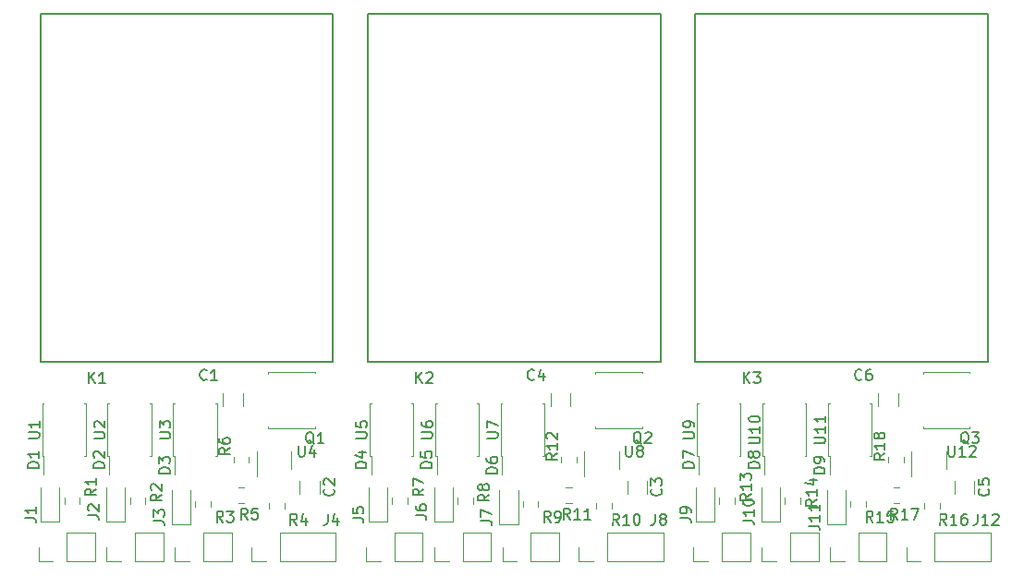
<source format=gto>
G04 #@! TF.GenerationSoftware,KiCad,Pcbnew,(5.1.4)-1*
G04 #@! TF.CreationDate,2021-09-06T11:03:46-04:00*
G04 #@! TF.ProjectId,relay_array,72656c61-795f-4617-9272-61792e6b6963,rev?*
G04 #@! TF.SameCoordinates,Original*
G04 #@! TF.FileFunction,Legend,Top*
G04 #@! TF.FilePolarity,Positive*
%FSLAX46Y46*%
G04 Gerber Fmt 4.6, Leading zero omitted, Abs format (unit mm)*
G04 Created by KiCad (PCBNEW (5.1.4)-1) date 2021-09-06 11:03:46*
%MOMM*%
%LPD*%
G04 APERTURE LIST*
%ADD10C,0.120000*%
%ADD11C,0.150000*%
%ADD12R,0.742000X2.102000*%
%ADD13C,0.100000*%
%ADD14C,1.252000*%
%ADD15R,1.102000X1.102000*%
%ADD16C,1.527000*%
%ADD17R,1.290000X0.840000*%
%ADD18R,1.690000X4.840000*%
%ADD19R,3.440000X4.340000*%
%ADD20R,0.612000X0.802000*%
%ADD21C,1.852000*%
%ADD22C,3.602000*%
%ADD23O,1.802000X1.802000*%
%ADD24R,1.802000X1.802000*%
G04 APERTURE END LIST*
D10*
X193000000Y-122850000D02*
X193150000Y-122850000D01*
X193000000Y-127650000D02*
X193000000Y-122850000D01*
X193150000Y-127650000D02*
X193000000Y-127650000D01*
X197000000Y-127650000D02*
X196850000Y-127650000D01*
X197000000Y-122850000D02*
X197000000Y-127650000D01*
X196850000Y-122850000D02*
X197000000Y-122850000D01*
X193150000Y-127650000D02*
X193150000Y-129350000D01*
X163000000Y-122850000D02*
X163150000Y-122850000D01*
X163000000Y-127650000D02*
X163000000Y-122850000D01*
X163150000Y-127650000D02*
X163000000Y-127650000D01*
X167000000Y-127650000D02*
X166850000Y-127650000D01*
X167000000Y-122850000D02*
X167000000Y-127650000D01*
X166850000Y-122850000D02*
X167000000Y-122850000D01*
X163150000Y-127650000D02*
X163150000Y-129350000D01*
X133000000Y-122850000D02*
X133150000Y-122850000D01*
X133000000Y-127650000D02*
X133000000Y-122850000D01*
X133150000Y-127650000D02*
X133000000Y-127650000D01*
X137000000Y-127650000D02*
X136850000Y-127650000D01*
X137000000Y-122850000D02*
X137000000Y-127650000D01*
X136850000Y-122850000D02*
X137000000Y-122850000D01*
X133150000Y-127650000D02*
X133150000Y-129350000D01*
X205000000Y-122850000D02*
X205150000Y-122850000D01*
X205000000Y-127650000D02*
X205000000Y-122850000D01*
X205150000Y-127650000D02*
X205000000Y-127650000D01*
X209000000Y-127650000D02*
X208850000Y-127650000D01*
X209000000Y-122850000D02*
X209000000Y-127650000D01*
X208850000Y-122850000D02*
X209000000Y-122850000D01*
X205150000Y-127650000D02*
X205150000Y-129350000D01*
X175000000Y-122850000D02*
X175150000Y-122850000D01*
X175000000Y-127650000D02*
X175000000Y-122850000D01*
X175150000Y-127650000D02*
X175000000Y-127650000D01*
X179000000Y-127650000D02*
X178850000Y-127650000D01*
X179000000Y-122850000D02*
X179000000Y-127650000D01*
X178850000Y-122850000D02*
X179000000Y-122850000D01*
X175150000Y-127650000D02*
X175150000Y-129350000D01*
X145000000Y-122850000D02*
X145150000Y-122850000D01*
X145000000Y-127650000D02*
X145000000Y-122850000D01*
X145150000Y-127650000D02*
X145000000Y-127650000D01*
X149000000Y-127650000D02*
X148850000Y-127650000D01*
X149000000Y-122850000D02*
X149000000Y-127650000D01*
X148850000Y-122850000D02*
X149000000Y-122850000D01*
X145150000Y-127650000D02*
X145150000Y-129350000D01*
X199000000Y-122850000D02*
X199150000Y-122850000D01*
X199000000Y-127650000D02*
X199000000Y-122850000D01*
X199150000Y-127650000D02*
X199000000Y-127650000D01*
X203000000Y-127650000D02*
X202850000Y-127650000D01*
X203000000Y-122850000D02*
X203000000Y-127650000D01*
X202850000Y-122850000D02*
X203000000Y-122850000D01*
X199150000Y-127650000D02*
X199150000Y-129350000D01*
X169000000Y-122850000D02*
X169150000Y-122850000D01*
X169000000Y-127650000D02*
X169000000Y-122850000D01*
X169150000Y-127650000D02*
X169000000Y-127650000D01*
X173000000Y-127650000D02*
X172850000Y-127650000D01*
X173000000Y-122850000D02*
X173000000Y-127650000D01*
X172850000Y-122850000D02*
X173000000Y-122850000D01*
X169150000Y-127650000D02*
X169150000Y-129350000D01*
X139000000Y-122850000D02*
X139150000Y-122850000D01*
X139000000Y-127650000D02*
X139000000Y-122850000D01*
X139150000Y-127650000D02*
X139000000Y-127650000D01*
X143000000Y-127650000D02*
X142850000Y-127650000D01*
X143000000Y-122850000D02*
X143000000Y-127650000D01*
X142850000Y-122850000D02*
X143000000Y-122850000D01*
X139150000Y-127650000D02*
X139150000Y-129350000D01*
X171040000Y-131488748D02*
X171040000Y-132011252D01*
X172460000Y-131488748D02*
X172460000Y-132011252D01*
X162900000Y-133650000D02*
X162900000Y-130500000D01*
X164600000Y-133650000D02*
X164600000Y-130500000D01*
X162900000Y-133650000D02*
X164600000Y-133650000D01*
X174900000Y-133900000D02*
X174900000Y-130750000D01*
X176600000Y-133900000D02*
X176600000Y-130750000D01*
X174900000Y-133900000D02*
X176600000Y-133900000D01*
X209590000Y-121897936D02*
X209590000Y-123102064D01*
X211410000Y-121897936D02*
X211410000Y-123102064D01*
X204900000Y-133900000D02*
X204900000Y-130750000D01*
X206600000Y-133900000D02*
X206600000Y-130750000D01*
X204900000Y-133900000D02*
X206600000Y-133900000D01*
X165040000Y-131488748D02*
X165040000Y-132011252D01*
X166460000Y-131488748D02*
X166460000Y-132011252D01*
X183685000Y-124900000D02*
X183685000Y-125100000D01*
X183685000Y-125100000D02*
X187985000Y-125100000D01*
X187985000Y-125100000D02*
X187985000Y-124950000D01*
X187985000Y-120050000D02*
X187985000Y-119900000D01*
X187985000Y-119900000D02*
X183685000Y-119900000D01*
X183685000Y-119900000D02*
X183685000Y-120100000D01*
X216590000Y-129897936D02*
X216590000Y-131102064D01*
X218410000Y-129897936D02*
X218410000Y-131102064D01*
X179590000Y-121897936D02*
X179590000Y-123102064D01*
X181410000Y-121897936D02*
X181410000Y-123102064D01*
X168900000Y-133650000D02*
X168900000Y-130500000D01*
X170600000Y-133650000D02*
X170600000Y-130500000D01*
X168900000Y-133650000D02*
X170600000Y-133650000D01*
X186590000Y-129897936D02*
X186590000Y-131102064D01*
X188410000Y-129897936D02*
X188410000Y-131102064D01*
X192900000Y-133650000D02*
X192900000Y-130500000D01*
X194600000Y-133650000D02*
X194600000Y-130500000D01*
X192900000Y-133650000D02*
X194600000Y-133650000D01*
X213685000Y-124900000D02*
X213685000Y-125100000D01*
X213685000Y-125100000D02*
X217985000Y-125100000D01*
X217985000Y-125100000D02*
X217985000Y-124950000D01*
X217985000Y-120050000D02*
X217985000Y-119900000D01*
X217985000Y-119900000D02*
X213685000Y-119900000D01*
X213685000Y-119900000D02*
X213685000Y-120100000D01*
X198900000Y-133650000D02*
X198900000Y-130500000D01*
X200600000Y-133650000D02*
X200600000Y-130500000D01*
X198900000Y-133650000D02*
X200600000Y-133650000D01*
X212650000Y-127200000D02*
X212650000Y-129500000D01*
X215850000Y-128800000D02*
X215850000Y-127200000D01*
X210540000Y-127738748D02*
X210540000Y-128261252D01*
X211960000Y-127738748D02*
X211960000Y-128261252D01*
X213790000Y-131988748D02*
X213790000Y-132511252D01*
X215210000Y-131988748D02*
X215210000Y-132511252D01*
X207040000Y-131763748D02*
X207040000Y-132286252D01*
X208460000Y-131763748D02*
X208460000Y-132286252D01*
X181511252Y-130540000D02*
X180988748Y-130540000D01*
X181511252Y-131960000D02*
X180988748Y-131960000D01*
X183790000Y-131988748D02*
X183790000Y-132511252D01*
X185210000Y-131988748D02*
X185210000Y-132511252D01*
X182650000Y-127200000D02*
X182650000Y-129500000D01*
X185850000Y-128800000D02*
X185850000Y-127200000D01*
X195040000Y-131488748D02*
X195040000Y-132011252D01*
X196460000Y-131488748D02*
X196460000Y-132011252D01*
X201040000Y-131488748D02*
X201040000Y-132011252D01*
X202460000Y-131488748D02*
X202460000Y-132011252D01*
X180540000Y-127738748D02*
X180540000Y-128261252D01*
X181960000Y-127738748D02*
X181960000Y-128261252D01*
X211511252Y-130540000D02*
X210988748Y-130540000D01*
X211511252Y-131960000D02*
X210988748Y-131960000D01*
X177040000Y-131763748D02*
X177040000Y-132286252D01*
X178460000Y-131763748D02*
X178460000Y-132286252D01*
D11*
X192850000Y-87100000D02*
X219650000Y-87100000D01*
X192850000Y-119000000D02*
X219650000Y-119000000D01*
X192850000Y-87100000D02*
X192850000Y-119000000D01*
X219650000Y-119000000D02*
X219650000Y-87100000D01*
X162850000Y-87100000D02*
X189650000Y-87100000D01*
X162850000Y-119000000D02*
X189650000Y-119000000D01*
X162850000Y-87100000D02*
X162850000Y-119000000D01*
X189650000Y-119000000D02*
X189650000Y-87100000D01*
D10*
X212170000Y-137330000D02*
X212170000Y-136000000D01*
X213500000Y-137330000D02*
X212170000Y-137330000D01*
X214770000Y-137330000D02*
X214770000Y-134670000D01*
X214770000Y-134670000D02*
X219910000Y-134670000D01*
X214770000Y-137330000D02*
X219910000Y-137330000D01*
X219910000Y-137330000D02*
X219910000Y-134670000D01*
X205170000Y-137330000D02*
X205170000Y-136000000D01*
X206500000Y-137330000D02*
X205170000Y-137330000D01*
X207770000Y-137330000D02*
X207770000Y-134670000D01*
X207770000Y-134670000D02*
X210370000Y-134670000D01*
X207770000Y-137330000D02*
X210370000Y-137330000D01*
X210370000Y-137330000D02*
X210370000Y-134670000D01*
X198920000Y-137330000D02*
X198920000Y-136000000D01*
X200250000Y-137330000D02*
X198920000Y-137330000D01*
X201520000Y-137330000D02*
X201520000Y-134670000D01*
X201520000Y-134670000D02*
X204120000Y-134670000D01*
X201520000Y-137330000D02*
X204120000Y-137330000D01*
X204120000Y-137330000D02*
X204120000Y-134670000D01*
X192670000Y-137330000D02*
X192670000Y-136000000D01*
X194000000Y-137330000D02*
X192670000Y-137330000D01*
X195270000Y-137330000D02*
X195270000Y-134670000D01*
X195270000Y-134670000D02*
X197870000Y-134670000D01*
X195270000Y-137330000D02*
X197870000Y-137330000D01*
X197870000Y-137330000D02*
X197870000Y-134670000D01*
X182170000Y-137330000D02*
X182170000Y-136000000D01*
X183500000Y-137330000D02*
X182170000Y-137330000D01*
X184770000Y-137330000D02*
X184770000Y-134670000D01*
X184770000Y-134670000D02*
X189910000Y-134670000D01*
X184770000Y-137330000D02*
X189910000Y-137330000D01*
X189910000Y-137330000D02*
X189910000Y-134670000D01*
X175170000Y-137330000D02*
X175170000Y-136000000D01*
X176500000Y-137330000D02*
X175170000Y-137330000D01*
X177770000Y-137330000D02*
X177770000Y-134670000D01*
X177770000Y-134670000D02*
X180370000Y-134670000D01*
X177770000Y-137330000D02*
X180370000Y-137330000D01*
X180370000Y-137330000D02*
X180370000Y-134670000D01*
X168920000Y-137330000D02*
X168920000Y-136000000D01*
X170250000Y-137330000D02*
X168920000Y-137330000D01*
X171520000Y-137330000D02*
X171520000Y-134670000D01*
X171520000Y-134670000D02*
X174120000Y-134670000D01*
X171520000Y-137330000D02*
X174120000Y-137330000D01*
X174120000Y-137330000D02*
X174120000Y-134670000D01*
X162670000Y-137330000D02*
X162670000Y-136000000D01*
X164000000Y-137330000D02*
X162670000Y-137330000D01*
X165270000Y-137330000D02*
X165270000Y-134670000D01*
X165270000Y-134670000D02*
X167870000Y-134670000D01*
X165270000Y-137330000D02*
X167870000Y-137330000D01*
X167870000Y-137330000D02*
X167870000Y-134670000D01*
X152170000Y-137330000D02*
X152170000Y-136000000D01*
X153500000Y-137330000D02*
X152170000Y-137330000D01*
X154770000Y-137330000D02*
X154770000Y-134670000D01*
X154770000Y-134670000D02*
X159910000Y-134670000D01*
X154770000Y-137330000D02*
X159910000Y-137330000D01*
X159910000Y-137330000D02*
X159910000Y-134670000D01*
X150540000Y-127738748D02*
X150540000Y-128261252D01*
X151960000Y-127738748D02*
X151960000Y-128261252D01*
X156590000Y-129897936D02*
X156590000Y-131102064D01*
X158410000Y-129897936D02*
X158410000Y-131102064D01*
X151511252Y-130540000D02*
X150988748Y-130540000D01*
X151511252Y-131960000D02*
X150988748Y-131960000D01*
X153790000Y-131988748D02*
X153790000Y-132511252D01*
X155210000Y-131988748D02*
X155210000Y-132511252D01*
X147040000Y-131763748D02*
X147040000Y-132286252D01*
X148460000Y-131763748D02*
X148460000Y-132286252D01*
X141040000Y-131488748D02*
X141040000Y-132011252D01*
X142460000Y-131488748D02*
X142460000Y-132011252D01*
X135040000Y-131488748D02*
X135040000Y-132011252D01*
X136460000Y-131488748D02*
X136460000Y-132011252D01*
X145170000Y-137330000D02*
X145170000Y-136000000D01*
X146500000Y-137330000D02*
X145170000Y-137330000D01*
X147770000Y-137330000D02*
X147770000Y-134670000D01*
X147770000Y-134670000D02*
X150370000Y-134670000D01*
X147770000Y-137330000D02*
X150370000Y-137330000D01*
X150370000Y-137330000D02*
X150370000Y-134670000D01*
X138920000Y-137330000D02*
X138920000Y-136000000D01*
X140250000Y-137330000D02*
X138920000Y-137330000D01*
X141520000Y-137330000D02*
X141520000Y-134670000D01*
X141520000Y-134670000D02*
X144120000Y-134670000D01*
X141520000Y-137330000D02*
X144120000Y-137330000D01*
X144120000Y-137330000D02*
X144120000Y-134670000D01*
X132670000Y-137330000D02*
X132670000Y-136000000D01*
X134000000Y-137330000D02*
X132670000Y-137330000D01*
X135270000Y-137330000D02*
X135270000Y-134670000D01*
X135270000Y-134670000D02*
X137870000Y-134670000D01*
X135270000Y-137330000D02*
X137870000Y-137330000D01*
X137870000Y-137330000D02*
X137870000Y-134670000D01*
X144900000Y-133900000D02*
X144900000Y-130750000D01*
X146600000Y-133900000D02*
X146600000Y-130750000D01*
X144900000Y-133900000D02*
X146600000Y-133900000D01*
X138900000Y-133650000D02*
X138900000Y-130500000D01*
X140600000Y-133650000D02*
X140600000Y-130500000D01*
X138900000Y-133650000D02*
X140600000Y-133650000D01*
X132900000Y-133650000D02*
X132900000Y-130500000D01*
X134600000Y-133650000D02*
X134600000Y-130500000D01*
X132900000Y-133650000D02*
X134600000Y-133650000D01*
X152650000Y-127200000D02*
X152650000Y-129500000D01*
X155850000Y-128800000D02*
X155850000Y-127200000D01*
X153685000Y-124900000D02*
X153685000Y-125100000D01*
X153685000Y-125100000D02*
X157985000Y-125100000D01*
X157985000Y-125100000D02*
X157985000Y-124950000D01*
X157985000Y-120050000D02*
X157985000Y-119900000D01*
X157985000Y-119900000D02*
X153685000Y-119900000D01*
X153685000Y-119900000D02*
X153685000Y-120100000D01*
D11*
X132850000Y-87100000D02*
X159650000Y-87100000D01*
X132850000Y-119000000D02*
X159650000Y-119000000D01*
X132850000Y-87100000D02*
X132850000Y-119000000D01*
X159650000Y-119000000D02*
X159650000Y-87100000D01*
D10*
X149590000Y-121897936D02*
X149590000Y-123102064D01*
X151410000Y-121897936D02*
X151410000Y-123102064D01*
D11*
X191752380Y-126011904D02*
X192561904Y-126011904D01*
X192657142Y-125964285D01*
X192704761Y-125916666D01*
X192752380Y-125821428D01*
X192752380Y-125630952D01*
X192704761Y-125535714D01*
X192657142Y-125488095D01*
X192561904Y-125440476D01*
X191752380Y-125440476D01*
X192752380Y-124916666D02*
X192752380Y-124726190D01*
X192704761Y-124630952D01*
X192657142Y-124583333D01*
X192514285Y-124488095D01*
X192323809Y-124440476D01*
X191942857Y-124440476D01*
X191847619Y-124488095D01*
X191800000Y-124535714D01*
X191752380Y-124630952D01*
X191752380Y-124821428D01*
X191800000Y-124916666D01*
X191847619Y-124964285D01*
X191942857Y-125011904D01*
X192180952Y-125011904D01*
X192276190Y-124964285D01*
X192323809Y-124916666D01*
X192371428Y-124821428D01*
X192371428Y-124630952D01*
X192323809Y-124535714D01*
X192276190Y-124488095D01*
X192180952Y-124440476D01*
X161752380Y-126011904D02*
X162561904Y-126011904D01*
X162657142Y-125964285D01*
X162704761Y-125916666D01*
X162752380Y-125821428D01*
X162752380Y-125630952D01*
X162704761Y-125535714D01*
X162657142Y-125488095D01*
X162561904Y-125440476D01*
X161752380Y-125440476D01*
X161752380Y-124488095D02*
X161752380Y-124964285D01*
X162228571Y-125011904D01*
X162180952Y-124964285D01*
X162133333Y-124869047D01*
X162133333Y-124630952D01*
X162180952Y-124535714D01*
X162228571Y-124488095D01*
X162323809Y-124440476D01*
X162561904Y-124440476D01*
X162657142Y-124488095D01*
X162704761Y-124535714D01*
X162752380Y-124630952D01*
X162752380Y-124869047D01*
X162704761Y-124964285D01*
X162657142Y-125011904D01*
X131752380Y-126011904D02*
X132561904Y-126011904D01*
X132657142Y-125964285D01*
X132704761Y-125916666D01*
X132752380Y-125821428D01*
X132752380Y-125630952D01*
X132704761Y-125535714D01*
X132657142Y-125488095D01*
X132561904Y-125440476D01*
X131752380Y-125440476D01*
X132752380Y-124440476D02*
X132752380Y-125011904D01*
X132752380Y-124726190D02*
X131752380Y-124726190D01*
X131895238Y-124821428D01*
X131990476Y-124916666D01*
X132038095Y-125011904D01*
X203752380Y-126488095D02*
X204561904Y-126488095D01*
X204657142Y-126440476D01*
X204704761Y-126392857D01*
X204752380Y-126297619D01*
X204752380Y-126107142D01*
X204704761Y-126011904D01*
X204657142Y-125964285D01*
X204561904Y-125916666D01*
X203752380Y-125916666D01*
X204752380Y-124916666D02*
X204752380Y-125488095D01*
X204752380Y-125202380D02*
X203752380Y-125202380D01*
X203895238Y-125297619D01*
X203990476Y-125392857D01*
X204038095Y-125488095D01*
X204752380Y-123964285D02*
X204752380Y-124535714D01*
X204752380Y-124250000D02*
X203752380Y-124250000D01*
X203895238Y-124345238D01*
X203990476Y-124440476D01*
X204038095Y-124535714D01*
X173752380Y-126011904D02*
X174561904Y-126011904D01*
X174657142Y-125964285D01*
X174704761Y-125916666D01*
X174752380Y-125821428D01*
X174752380Y-125630952D01*
X174704761Y-125535714D01*
X174657142Y-125488095D01*
X174561904Y-125440476D01*
X173752380Y-125440476D01*
X173752380Y-125059523D02*
X173752380Y-124392857D01*
X174752380Y-124821428D01*
X143752380Y-126011904D02*
X144561904Y-126011904D01*
X144657142Y-125964285D01*
X144704761Y-125916666D01*
X144752380Y-125821428D01*
X144752380Y-125630952D01*
X144704761Y-125535714D01*
X144657142Y-125488095D01*
X144561904Y-125440476D01*
X143752380Y-125440476D01*
X143752380Y-125059523D02*
X143752380Y-124440476D01*
X144133333Y-124773809D01*
X144133333Y-124630952D01*
X144180952Y-124535714D01*
X144228571Y-124488095D01*
X144323809Y-124440476D01*
X144561904Y-124440476D01*
X144657142Y-124488095D01*
X144704761Y-124535714D01*
X144752380Y-124630952D01*
X144752380Y-124916666D01*
X144704761Y-125011904D01*
X144657142Y-125059523D01*
X197752380Y-126488095D02*
X198561904Y-126488095D01*
X198657142Y-126440476D01*
X198704761Y-126392857D01*
X198752380Y-126297619D01*
X198752380Y-126107142D01*
X198704761Y-126011904D01*
X198657142Y-125964285D01*
X198561904Y-125916666D01*
X197752380Y-125916666D01*
X198752380Y-124916666D02*
X198752380Y-125488095D01*
X198752380Y-125202380D02*
X197752380Y-125202380D01*
X197895238Y-125297619D01*
X197990476Y-125392857D01*
X198038095Y-125488095D01*
X197752380Y-124297619D02*
X197752380Y-124202380D01*
X197800000Y-124107142D01*
X197847619Y-124059523D01*
X197942857Y-124011904D01*
X198133333Y-123964285D01*
X198371428Y-123964285D01*
X198561904Y-124011904D01*
X198657142Y-124059523D01*
X198704761Y-124107142D01*
X198752380Y-124202380D01*
X198752380Y-124297619D01*
X198704761Y-124392857D01*
X198657142Y-124440476D01*
X198561904Y-124488095D01*
X198371428Y-124535714D01*
X198133333Y-124535714D01*
X197942857Y-124488095D01*
X197847619Y-124440476D01*
X197800000Y-124392857D01*
X197752380Y-124297619D01*
X167752380Y-126011904D02*
X168561904Y-126011904D01*
X168657142Y-125964285D01*
X168704761Y-125916666D01*
X168752380Y-125821428D01*
X168752380Y-125630952D01*
X168704761Y-125535714D01*
X168657142Y-125488095D01*
X168561904Y-125440476D01*
X167752380Y-125440476D01*
X167752380Y-124535714D02*
X167752380Y-124726190D01*
X167800000Y-124821428D01*
X167847619Y-124869047D01*
X167990476Y-124964285D01*
X168180952Y-125011904D01*
X168561904Y-125011904D01*
X168657142Y-124964285D01*
X168704761Y-124916666D01*
X168752380Y-124821428D01*
X168752380Y-124630952D01*
X168704761Y-124535714D01*
X168657142Y-124488095D01*
X168561904Y-124440476D01*
X168323809Y-124440476D01*
X168228571Y-124488095D01*
X168180952Y-124535714D01*
X168133333Y-124630952D01*
X168133333Y-124821428D01*
X168180952Y-124916666D01*
X168228571Y-124964285D01*
X168323809Y-125011904D01*
X137752380Y-126011904D02*
X138561904Y-126011904D01*
X138657142Y-125964285D01*
X138704761Y-125916666D01*
X138752380Y-125821428D01*
X138752380Y-125630952D01*
X138704761Y-125535714D01*
X138657142Y-125488095D01*
X138561904Y-125440476D01*
X137752380Y-125440476D01*
X137847619Y-125011904D02*
X137800000Y-124964285D01*
X137752380Y-124869047D01*
X137752380Y-124630952D01*
X137800000Y-124535714D01*
X137847619Y-124488095D01*
X137942857Y-124440476D01*
X138038095Y-124440476D01*
X138180952Y-124488095D01*
X138752380Y-125059523D01*
X138752380Y-124440476D01*
X173952380Y-131166666D02*
X173476190Y-131500000D01*
X173952380Y-131738095D02*
X172952380Y-131738095D01*
X172952380Y-131357142D01*
X173000000Y-131261904D01*
X173047619Y-131214285D01*
X173142857Y-131166666D01*
X173285714Y-131166666D01*
X173380952Y-131214285D01*
X173428571Y-131261904D01*
X173476190Y-131357142D01*
X173476190Y-131738095D01*
X173380952Y-130595238D02*
X173333333Y-130690476D01*
X173285714Y-130738095D01*
X173190476Y-130785714D01*
X173142857Y-130785714D01*
X173047619Y-130738095D01*
X173000000Y-130690476D01*
X172952380Y-130595238D01*
X172952380Y-130404761D01*
X173000000Y-130309523D01*
X173047619Y-130261904D01*
X173142857Y-130214285D01*
X173190476Y-130214285D01*
X173285714Y-130261904D01*
X173333333Y-130309523D01*
X173380952Y-130404761D01*
X173380952Y-130595238D01*
X173428571Y-130690476D01*
X173476190Y-130738095D01*
X173571428Y-130785714D01*
X173761904Y-130785714D01*
X173857142Y-130738095D01*
X173904761Y-130690476D01*
X173952380Y-130595238D01*
X173952380Y-130404761D01*
X173904761Y-130309523D01*
X173857142Y-130261904D01*
X173761904Y-130214285D01*
X173571428Y-130214285D01*
X173476190Y-130261904D01*
X173428571Y-130309523D01*
X173380952Y-130404761D01*
X162702380Y-128738095D02*
X161702380Y-128738095D01*
X161702380Y-128500000D01*
X161750000Y-128357142D01*
X161845238Y-128261904D01*
X161940476Y-128214285D01*
X162130952Y-128166666D01*
X162273809Y-128166666D01*
X162464285Y-128214285D01*
X162559523Y-128261904D01*
X162654761Y-128357142D01*
X162702380Y-128500000D01*
X162702380Y-128738095D01*
X162035714Y-127309523D02*
X162702380Y-127309523D01*
X161654761Y-127547619D02*
X162369047Y-127785714D01*
X162369047Y-127166666D01*
X174702380Y-129238095D02*
X173702380Y-129238095D01*
X173702380Y-129000000D01*
X173750000Y-128857142D01*
X173845238Y-128761904D01*
X173940476Y-128714285D01*
X174130952Y-128666666D01*
X174273809Y-128666666D01*
X174464285Y-128714285D01*
X174559523Y-128761904D01*
X174654761Y-128857142D01*
X174702380Y-129000000D01*
X174702380Y-129238095D01*
X173702380Y-127809523D02*
X173702380Y-128000000D01*
X173750000Y-128095238D01*
X173797619Y-128142857D01*
X173940476Y-128238095D01*
X174130952Y-128285714D01*
X174511904Y-128285714D01*
X174607142Y-128238095D01*
X174654761Y-128190476D01*
X174702380Y-128095238D01*
X174702380Y-127904761D01*
X174654761Y-127809523D01*
X174607142Y-127761904D01*
X174511904Y-127714285D01*
X174273809Y-127714285D01*
X174178571Y-127761904D01*
X174130952Y-127809523D01*
X174083333Y-127904761D01*
X174083333Y-128095238D01*
X174130952Y-128190476D01*
X174178571Y-128238095D01*
X174273809Y-128285714D01*
X208083333Y-120607142D02*
X208035714Y-120654761D01*
X207892857Y-120702380D01*
X207797619Y-120702380D01*
X207654761Y-120654761D01*
X207559523Y-120559523D01*
X207511904Y-120464285D01*
X207464285Y-120273809D01*
X207464285Y-120130952D01*
X207511904Y-119940476D01*
X207559523Y-119845238D01*
X207654761Y-119750000D01*
X207797619Y-119702380D01*
X207892857Y-119702380D01*
X208035714Y-119750000D01*
X208083333Y-119797619D01*
X208940476Y-119702380D02*
X208750000Y-119702380D01*
X208654761Y-119750000D01*
X208607142Y-119797619D01*
X208511904Y-119940476D01*
X208464285Y-120130952D01*
X208464285Y-120511904D01*
X208511904Y-120607142D01*
X208559523Y-120654761D01*
X208654761Y-120702380D01*
X208845238Y-120702380D01*
X208940476Y-120654761D01*
X208988095Y-120607142D01*
X209035714Y-120511904D01*
X209035714Y-120273809D01*
X208988095Y-120178571D01*
X208940476Y-120130952D01*
X208845238Y-120083333D01*
X208654761Y-120083333D01*
X208559523Y-120130952D01*
X208511904Y-120178571D01*
X208464285Y-120273809D01*
X204702380Y-129238095D02*
X203702380Y-129238095D01*
X203702380Y-129000000D01*
X203750000Y-128857142D01*
X203845238Y-128761904D01*
X203940476Y-128714285D01*
X204130952Y-128666666D01*
X204273809Y-128666666D01*
X204464285Y-128714285D01*
X204559523Y-128761904D01*
X204654761Y-128857142D01*
X204702380Y-129000000D01*
X204702380Y-129238095D01*
X204702380Y-128190476D02*
X204702380Y-128000000D01*
X204654761Y-127904761D01*
X204607142Y-127857142D01*
X204464285Y-127761904D01*
X204273809Y-127714285D01*
X203892857Y-127714285D01*
X203797619Y-127761904D01*
X203750000Y-127809523D01*
X203702380Y-127904761D01*
X203702380Y-128095238D01*
X203750000Y-128190476D01*
X203797619Y-128238095D01*
X203892857Y-128285714D01*
X204130952Y-128285714D01*
X204226190Y-128238095D01*
X204273809Y-128190476D01*
X204321428Y-128095238D01*
X204321428Y-127904761D01*
X204273809Y-127809523D01*
X204226190Y-127761904D01*
X204130952Y-127714285D01*
X167952380Y-130666666D02*
X167476190Y-131000000D01*
X167952380Y-131238095D02*
X166952380Y-131238095D01*
X166952380Y-130857142D01*
X167000000Y-130761904D01*
X167047619Y-130714285D01*
X167142857Y-130666666D01*
X167285714Y-130666666D01*
X167380952Y-130714285D01*
X167428571Y-130761904D01*
X167476190Y-130857142D01*
X167476190Y-131238095D01*
X166952380Y-130333333D02*
X166952380Y-129666666D01*
X167952380Y-130095238D01*
X187904761Y-126547619D02*
X187809523Y-126500000D01*
X187714285Y-126404761D01*
X187571428Y-126261904D01*
X187476190Y-126214285D01*
X187380952Y-126214285D01*
X187428571Y-126452380D02*
X187333333Y-126404761D01*
X187238095Y-126309523D01*
X187190476Y-126119047D01*
X187190476Y-125785714D01*
X187238095Y-125595238D01*
X187333333Y-125500000D01*
X187428571Y-125452380D01*
X187619047Y-125452380D01*
X187714285Y-125500000D01*
X187809523Y-125595238D01*
X187857142Y-125785714D01*
X187857142Y-126119047D01*
X187809523Y-126309523D01*
X187714285Y-126404761D01*
X187619047Y-126452380D01*
X187428571Y-126452380D01*
X188238095Y-125547619D02*
X188285714Y-125500000D01*
X188380952Y-125452380D01*
X188619047Y-125452380D01*
X188714285Y-125500000D01*
X188761904Y-125547619D01*
X188809523Y-125642857D01*
X188809523Y-125738095D01*
X188761904Y-125880952D01*
X188190476Y-126452380D01*
X188809523Y-126452380D01*
X219677142Y-130666666D02*
X219724761Y-130714285D01*
X219772380Y-130857142D01*
X219772380Y-130952380D01*
X219724761Y-131095238D01*
X219629523Y-131190476D01*
X219534285Y-131238095D01*
X219343809Y-131285714D01*
X219200952Y-131285714D01*
X219010476Y-131238095D01*
X218915238Y-131190476D01*
X218820000Y-131095238D01*
X218772380Y-130952380D01*
X218772380Y-130857142D01*
X218820000Y-130714285D01*
X218867619Y-130666666D01*
X218772380Y-129761904D02*
X218772380Y-130238095D01*
X219248571Y-130285714D01*
X219200952Y-130238095D01*
X219153333Y-130142857D01*
X219153333Y-129904761D01*
X219200952Y-129809523D01*
X219248571Y-129761904D01*
X219343809Y-129714285D01*
X219581904Y-129714285D01*
X219677142Y-129761904D01*
X219724761Y-129809523D01*
X219772380Y-129904761D01*
X219772380Y-130142857D01*
X219724761Y-130238095D01*
X219677142Y-130285714D01*
X178083333Y-120607142D02*
X178035714Y-120654761D01*
X177892857Y-120702380D01*
X177797619Y-120702380D01*
X177654761Y-120654761D01*
X177559523Y-120559523D01*
X177511904Y-120464285D01*
X177464285Y-120273809D01*
X177464285Y-120130952D01*
X177511904Y-119940476D01*
X177559523Y-119845238D01*
X177654761Y-119750000D01*
X177797619Y-119702380D01*
X177892857Y-119702380D01*
X178035714Y-119750000D01*
X178083333Y-119797619D01*
X178940476Y-120035714D02*
X178940476Y-120702380D01*
X178702380Y-119654761D02*
X178464285Y-120369047D01*
X179083333Y-120369047D01*
X168702380Y-128738095D02*
X167702380Y-128738095D01*
X167702380Y-128500000D01*
X167750000Y-128357142D01*
X167845238Y-128261904D01*
X167940476Y-128214285D01*
X168130952Y-128166666D01*
X168273809Y-128166666D01*
X168464285Y-128214285D01*
X168559523Y-128261904D01*
X168654761Y-128357142D01*
X168702380Y-128500000D01*
X168702380Y-128738095D01*
X167702380Y-127261904D02*
X167702380Y-127738095D01*
X168178571Y-127785714D01*
X168130952Y-127738095D01*
X168083333Y-127642857D01*
X168083333Y-127404761D01*
X168130952Y-127309523D01*
X168178571Y-127261904D01*
X168273809Y-127214285D01*
X168511904Y-127214285D01*
X168607142Y-127261904D01*
X168654761Y-127309523D01*
X168702380Y-127404761D01*
X168702380Y-127642857D01*
X168654761Y-127738095D01*
X168607142Y-127785714D01*
X189677142Y-130666666D02*
X189724761Y-130714285D01*
X189772380Y-130857142D01*
X189772380Y-130952380D01*
X189724761Y-131095238D01*
X189629523Y-131190476D01*
X189534285Y-131238095D01*
X189343809Y-131285714D01*
X189200952Y-131285714D01*
X189010476Y-131238095D01*
X188915238Y-131190476D01*
X188820000Y-131095238D01*
X188772380Y-130952380D01*
X188772380Y-130857142D01*
X188820000Y-130714285D01*
X188867619Y-130666666D01*
X188772380Y-130333333D02*
X188772380Y-129714285D01*
X189153333Y-130047619D01*
X189153333Y-129904761D01*
X189200952Y-129809523D01*
X189248571Y-129761904D01*
X189343809Y-129714285D01*
X189581904Y-129714285D01*
X189677142Y-129761904D01*
X189724761Y-129809523D01*
X189772380Y-129904761D01*
X189772380Y-130190476D01*
X189724761Y-130285714D01*
X189677142Y-130333333D01*
X192702380Y-128738095D02*
X191702380Y-128738095D01*
X191702380Y-128500000D01*
X191750000Y-128357142D01*
X191845238Y-128261904D01*
X191940476Y-128214285D01*
X192130952Y-128166666D01*
X192273809Y-128166666D01*
X192464285Y-128214285D01*
X192559523Y-128261904D01*
X192654761Y-128357142D01*
X192702380Y-128500000D01*
X192702380Y-128738095D01*
X191702380Y-127833333D02*
X191702380Y-127166666D01*
X192702380Y-127595238D01*
X217904761Y-126547619D02*
X217809523Y-126500000D01*
X217714285Y-126404761D01*
X217571428Y-126261904D01*
X217476190Y-126214285D01*
X217380952Y-126214285D01*
X217428571Y-126452380D02*
X217333333Y-126404761D01*
X217238095Y-126309523D01*
X217190476Y-126119047D01*
X217190476Y-125785714D01*
X217238095Y-125595238D01*
X217333333Y-125500000D01*
X217428571Y-125452380D01*
X217619047Y-125452380D01*
X217714285Y-125500000D01*
X217809523Y-125595238D01*
X217857142Y-125785714D01*
X217857142Y-126119047D01*
X217809523Y-126309523D01*
X217714285Y-126404761D01*
X217619047Y-126452380D01*
X217428571Y-126452380D01*
X218190476Y-125452380D02*
X218809523Y-125452380D01*
X218476190Y-125833333D01*
X218619047Y-125833333D01*
X218714285Y-125880952D01*
X218761904Y-125928571D01*
X218809523Y-126023809D01*
X218809523Y-126261904D01*
X218761904Y-126357142D01*
X218714285Y-126404761D01*
X218619047Y-126452380D01*
X218333333Y-126452380D01*
X218238095Y-126404761D01*
X218190476Y-126357142D01*
X198702380Y-128738095D02*
X197702380Y-128738095D01*
X197702380Y-128500000D01*
X197750000Y-128357142D01*
X197845238Y-128261904D01*
X197940476Y-128214285D01*
X198130952Y-128166666D01*
X198273809Y-128166666D01*
X198464285Y-128214285D01*
X198559523Y-128261904D01*
X198654761Y-128357142D01*
X198702380Y-128500000D01*
X198702380Y-128738095D01*
X198130952Y-127595238D02*
X198083333Y-127690476D01*
X198035714Y-127738095D01*
X197940476Y-127785714D01*
X197892857Y-127785714D01*
X197797619Y-127738095D01*
X197750000Y-127690476D01*
X197702380Y-127595238D01*
X197702380Y-127404761D01*
X197750000Y-127309523D01*
X197797619Y-127261904D01*
X197892857Y-127214285D01*
X197940476Y-127214285D01*
X198035714Y-127261904D01*
X198083333Y-127309523D01*
X198130952Y-127404761D01*
X198130952Y-127595238D01*
X198178571Y-127690476D01*
X198226190Y-127738095D01*
X198321428Y-127785714D01*
X198511904Y-127785714D01*
X198607142Y-127738095D01*
X198654761Y-127690476D01*
X198702380Y-127595238D01*
X198702380Y-127404761D01*
X198654761Y-127309523D01*
X198607142Y-127261904D01*
X198511904Y-127214285D01*
X198321428Y-127214285D01*
X198226190Y-127261904D01*
X198178571Y-127309523D01*
X198130952Y-127404761D01*
X216011904Y-126702380D02*
X216011904Y-127511904D01*
X216059523Y-127607142D01*
X216107142Y-127654761D01*
X216202380Y-127702380D01*
X216392857Y-127702380D01*
X216488095Y-127654761D01*
X216535714Y-127607142D01*
X216583333Y-127511904D01*
X216583333Y-126702380D01*
X217583333Y-127702380D02*
X217011904Y-127702380D01*
X217297619Y-127702380D02*
X217297619Y-126702380D01*
X217202380Y-126845238D01*
X217107142Y-126940476D01*
X217011904Y-126988095D01*
X217964285Y-126797619D02*
X218011904Y-126750000D01*
X218107142Y-126702380D01*
X218345238Y-126702380D01*
X218440476Y-126750000D01*
X218488095Y-126797619D01*
X218535714Y-126892857D01*
X218535714Y-126988095D01*
X218488095Y-127130952D01*
X217916666Y-127702380D01*
X218535714Y-127702380D01*
X210202380Y-127392857D02*
X209726190Y-127726190D01*
X210202380Y-127964285D02*
X209202380Y-127964285D01*
X209202380Y-127583333D01*
X209250000Y-127488095D01*
X209297619Y-127440476D01*
X209392857Y-127392857D01*
X209535714Y-127392857D01*
X209630952Y-127440476D01*
X209678571Y-127488095D01*
X209726190Y-127583333D01*
X209726190Y-127964285D01*
X210202380Y-126440476D02*
X210202380Y-127011904D01*
X210202380Y-126726190D02*
X209202380Y-126726190D01*
X209345238Y-126821428D01*
X209440476Y-126916666D01*
X209488095Y-127011904D01*
X209630952Y-125869047D02*
X209583333Y-125964285D01*
X209535714Y-126011904D01*
X209440476Y-126059523D01*
X209392857Y-126059523D01*
X209297619Y-126011904D01*
X209250000Y-125964285D01*
X209202380Y-125869047D01*
X209202380Y-125678571D01*
X209250000Y-125583333D01*
X209297619Y-125535714D01*
X209392857Y-125488095D01*
X209440476Y-125488095D01*
X209535714Y-125535714D01*
X209583333Y-125583333D01*
X209630952Y-125678571D01*
X209630952Y-125869047D01*
X209678571Y-125964285D01*
X209726190Y-126011904D01*
X209821428Y-126059523D01*
X210011904Y-126059523D01*
X210107142Y-126011904D01*
X210154761Y-125964285D01*
X210202380Y-125869047D01*
X210202380Y-125678571D01*
X210154761Y-125583333D01*
X210107142Y-125535714D01*
X210011904Y-125488095D01*
X209821428Y-125488095D01*
X209726190Y-125535714D01*
X209678571Y-125583333D01*
X209630952Y-125678571D01*
X215857142Y-133952380D02*
X215523809Y-133476190D01*
X215285714Y-133952380D02*
X215285714Y-132952380D01*
X215666666Y-132952380D01*
X215761904Y-133000000D01*
X215809523Y-133047619D01*
X215857142Y-133142857D01*
X215857142Y-133285714D01*
X215809523Y-133380952D01*
X215761904Y-133428571D01*
X215666666Y-133476190D01*
X215285714Y-133476190D01*
X216809523Y-133952380D02*
X216238095Y-133952380D01*
X216523809Y-133952380D02*
X216523809Y-132952380D01*
X216428571Y-133095238D01*
X216333333Y-133190476D01*
X216238095Y-133238095D01*
X217666666Y-132952380D02*
X217476190Y-132952380D01*
X217380952Y-133000000D01*
X217333333Y-133047619D01*
X217238095Y-133190476D01*
X217190476Y-133380952D01*
X217190476Y-133761904D01*
X217238095Y-133857142D01*
X217285714Y-133904761D01*
X217380952Y-133952380D01*
X217571428Y-133952380D01*
X217666666Y-133904761D01*
X217714285Y-133857142D01*
X217761904Y-133761904D01*
X217761904Y-133523809D01*
X217714285Y-133428571D01*
X217666666Y-133380952D01*
X217571428Y-133333333D01*
X217380952Y-133333333D01*
X217285714Y-133380952D01*
X217238095Y-133428571D01*
X217190476Y-133523809D01*
X209107142Y-133702380D02*
X208773809Y-133226190D01*
X208535714Y-133702380D02*
X208535714Y-132702380D01*
X208916666Y-132702380D01*
X209011904Y-132750000D01*
X209059523Y-132797619D01*
X209107142Y-132892857D01*
X209107142Y-133035714D01*
X209059523Y-133130952D01*
X209011904Y-133178571D01*
X208916666Y-133226190D01*
X208535714Y-133226190D01*
X210059523Y-133702380D02*
X209488095Y-133702380D01*
X209773809Y-133702380D02*
X209773809Y-132702380D01*
X209678571Y-132845238D01*
X209583333Y-132940476D01*
X209488095Y-132988095D01*
X210964285Y-132702380D02*
X210488095Y-132702380D01*
X210440476Y-133178571D01*
X210488095Y-133130952D01*
X210583333Y-133083333D01*
X210821428Y-133083333D01*
X210916666Y-133130952D01*
X210964285Y-133178571D01*
X211011904Y-133273809D01*
X211011904Y-133511904D01*
X210964285Y-133607142D01*
X210916666Y-133654761D01*
X210821428Y-133702380D01*
X210583333Y-133702380D01*
X210488095Y-133654761D01*
X210440476Y-133607142D01*
X181357142Y-133452380D02*
X181023809Y-132976190D01*
X180785714Y-133452380D02*
X180785714Y-132452380D01*
X181166666Y-132452380D01*
X181261904Y-132500000D01*
X181309523Y-132547619D01*
X181357142Y-132642857D01*
X181357142Y-132785714D01*
X181309523Y-132880952D01*
X181261904Y-132928571D01*
X181166666Y-132976190D01*
X180785714Y-132976190D01*
X182309523Y-133452380D02*
X181738095Y-133452380D01*
X182023809Y-133452380D02*
X182023809Y-132452380D01*
X181928571Y-132595238D01*
X181833333Y-132690476D01*
X181738095Y-132738095D01*
X183261904Y-133452380D02*
X182690476Y-133452380D01*
X182976190Y-133452380D02*
X182976190Y-132452380D01*
X182880952Y-132595238D01*
X182785714Y-132690476D01*
X182690476Y-132738095D01*
X185857142Y-133952380D02*
X185523809Y-133476190D01*
X185285714Y-133952380D02*
X185285714Y-132952380D01*
X185666666Y-132952380D01*
X185761904Y-133000000D01*
X185809523Y-133047619D01*
X185857142Y-133142857D01*
X185857142Y-133285714D01*
X185809523Y-133380952D01*
X185761904Y-133428571D01*
X185666666Y-133476190D01*
X185285714Y-133476190D01*
X186809523Y-133952380D02*
X186238095Y-133952380D01*
X186523809Y-133952380D02*
X186523809Y-132952380D01*
X186428571Y-133095238D01*
X186333333Y-133190476D01*
X186238095Y-133238095D01*
X187428571Y-132952380D02*
X187523809Y-132952380D01*
X187619047Y-133000000D01*
X187666666Y-133047619D01*
X187714285Y-133142857D01*
X187761904Y-133333333D01*
X187761904Y-133571428D01*
X187714285Y-133761904D01*
X187666666Y-133857142D01*
X187619047Y-133904761D01*
X187523809Y-133952380D01*
X187428571Y-133952380D01*
X187333333Y-133904761D01*
X187285714Y-133857142D01*
X187238095Y-133761904D01*
X187190476Y-133571428D01*
X187190476Y-133333333D01*
X187238095Y-133142857D01*
X187285714Y-133047619D01*
X187333333Y-133000000D01*
X187428571Y-132952380D01*
X186488095Y-126702380D02*
X186488095Y-127511904D01*
X186535714Y-127607142D01*
X186583333Y-127654761D01*
X186678571Y-127702380D01*
X186869047Y-127702380D01*
X186964285Y-127654761D01*
X187011904Y-127607142D01*
X187059523Y-127511904D01*
X187059523Y-126702380D01*
X187678571Y-127130952D02*
X187583333Y-127083333D01*
X187535714Y-127035714D01*
X187488095Y-126940476D01*
X187488095Y-126892857D01*
X187535714Y-126797619D01*
X187583333Y-126750000D01*
X187678571Y-126702380D01*
X187869047Y-126702380D01*
X187964285Y-126750000D01*
X188011904Y-126797619D01*
X188059523Y-126892857D01*
X188059523Y-126940476D01*
X188011904Y-127035714D01*
X187964285Y-127083333D01*
X187869047Y-127130952D01*
X187678571Y-127130952D01*
X187583333Y-127178571D01*
X187535714Y-127226190D01*
X187488095Y-127321428D01*
X187488095Y-127511904D01*
X187535714Y-127607142D01*
X187583333Y-127654761D01*
X187678571Y-127702380D01*
X187869047Y-127702380D01*
X187964285Y-127654761D01*
X188011904Y-127607142D01*
X188059523Y-127511904D01*
X188059523Y-127321428D01*
X188011904Y-127226190D01*
X187964285Y-127178571D01*
X187869047Y-127130952D01*
X197952380Y-131142857D02*
X197476190Y-131476190D01*
X197952380Y-131714285D02*
X196952380Y-131714285D01*
X196952380Y-131333333D01*
X197000000Y-131238095D01*
X197047619Y-131190476D01*
X197142857Y-131142857D01*
X197285714Y-131142857D01*
X197380952Y-131190476D01*
X197428571Y-131238095D01*
X197476190Y-131333333D01*
X197476190Y-131714285D01*
X197952380Y-130190476D02*
X197952380Y-130761904D01*
X197952380Y-130476190D02*
X196952380Y-130476190D01*
X197095238Y-130571428D01*
X197190476Y-130666666D01*
X197238095Y-130761904D01*
X196952380Y-129857142D02*
X196952380Y-129238095D01*
X197333333Y-129571428D01*
X197333333Y-129428571D01*
X197380952Y-129333333D01*
X197428571Y-129285714D01*
X197523809Y-129238095D01*
X197761904Y-129238095D01*
X197857142Y-129285714D01*
X197904761Y-129333333D01*
X197952380Y-129428571D01*
X197952380Y-129714285D01*
X197904761Y-129809523D01*
X197857142Y-129857142D01*
X203952380Y-131642857D02*
X203476190Y-131976190D01*
X203952380Y-132214285D02*
X202952380Y-132214285D01*
X202952380Y-131833333D01*
X203000000Y-131738095D01*
X203047619Y-131690476D01*
X203142857Y-131642857D01*
X203285714Y-131642857D01*
X203380952Y-131690476D01*
X203428571Y-131738095D01*
X203476190Y-131833333D01*
X203476190Y-132214285D01*
X203952380Y-130690476D02*
X203952380Y-131261904D01*
X203952380Y-130976190D02*
X202952380Y-130976190D01*
X203095238Y-131071428D01*
X203190476Y-131166666D01*
X203238095Y-131261904D01*
X203285714Y-129833333D02*
X203952380Y-129833333D01*
X202904761Y-130071428D02*
X203619047Y-130309523D01*
X203619047Y-129690476D01*
X180202380Y-127392857D02*
X179726190Y-127726190D01*
X180202380Y-127964285D02*
X179202380Y-127964285D01*
X179202380Y-127583333D01*
X179250000Y-127488095D01*
X179297619Y-127440476D01*
X179392857Y-127392857D01*
X179535714Y-127392857D01*
X179630952Y-127440476D01*
X179678571Y-127488095D01*
X179726190Y-127583333D01*
X179726190Y-127964285D01*
X180202380Y-126440476D02*
X180202380Y-127011904D01*
X180202380Y-126726190D02*
X179202380Y-126726190D01*
X179345238Y-126821428D01*
X179440476Y-126916666D01*
X179488095Y-127011904D01*
X179297619Y-126059523D02*
X179250000Y-126011904D01*
X179202380Y-125916666D01*
X179202380Y-125678571D01*
X179250000Y-125583333D01*
X179297619Y-125535714D01*
X179392857Y-125488095D01*
X179488095Y-125488095D01*
X179630952Y-125535714D01*
X180202380Y-126107142D01*
X180202380Y-125488095D01*
X211357142Y-133452380D02*
X211023809Y-132976190D01*
X210785714Y-133452380D02*
X210785714Y-132452380D01*
X211166666Y-132452380D01*
X211261904Y-132500000D01*
X211309523Y-132547619D01*
X211357142Y-132642857D01*
X211357142Y-132785714D01*
X211309523Y-132880952D01*
X211261904Y-132928571D01*
X211166666Y-132976190D01*
X210785714Y-132976190D01*
X212309523Y-133452380D02*
X211738095Y-133452380D01*
X212023809Y-133452380D02*
X212023809Y-132452380D01*
X211928571Y-132595238D01*
X211833333Y-132690476D01*
X211738095Y-132738095D01*
X212642857Y-132452380D02*
X213309523Y-132452380D01*
X212880952Y-133452380D01*
X179583333Y-133702380D02*
X179250000Y-133226190D01*
X179011904Y-133702380D02*
X179011904Y-132702380D01*
X179392857Y-132702380D01*
X179488095Y-132750000D01*
X179535714Y-132797619D01*
X179583333Y-132892857D01*
X179583333Y-133035714D01*
X179535714Y-133130952D01*
X179488095Y-133178571D01*
X179392857Y-133226190D01*
X179011904Y-133226190D01*
X180059523Y-133702380D02*
X180250000Y-133702380D01*
X180345238Y-133654761D01*
X180392857Y-133607142D01*
X180488095Y-133464285D01*
X180535714Y-133273809D01*
X180535714Y-132892857D01*
X180488095Y-132797619D01*
X180440476Y-132750000D01*
X180345238Y-132702380D01*
X180154761Y-132702380D01*
X180059523Y-132750000D01*
X180011904Y-132797619D01*
X179964285Y-132892857D01*
X179964285Y-133130952D01*
X180011904Y-133226190D01*
X180059523Y-133273809D01*
X180154761Y-133321428D01*
X180345238Y-133321428D01*
X180440476Y-133273809D01*
X180488095Y-133226190D01*
X180535714Y-133130952D01*
X197261904Y-120952380D02*
X197261904Y-119952380D01*
X197833333Y-120952380D02*
X197404761Y-120380952D01*
X197833333Y-119952380D02*
X197261904Y-120523809D01*
X198166666Y-119952380D02*
X198785714Y-119952380D01*
X198452380Y-120333333D01*
X198595238Y-120333333D01*
X198690476Y-120380952D01*
X198738095Y-120428571D01*
X198785714Y-120523809D01*
X198785714Y-120761904D01*
X198738095Y-120857142D01*
X198690476Y-120904761D01*
X198595238Y-120952380D01*
X198309523Y-120952380D01*
X198214285Y-120904761D01*
X198166666Y-120857142D01*
X167261904Y-120952380D02*
X167261904Y-119952380D01*
X167833333Y-120952380D02*
X167404761Y-120380952D01*
X167833333Y-119952380D02*
X167261904Y-120523809D01*
X168214285Y-120047619D02*
X168261904Y-120000000D01*
X168357142Y-119952380D01*
X168595238Y-119952380D01*
X168690476Y-120000000D01*
X168738095Y-120047619D01*
X168785714Y-120142857D01*
X168785714Y-120238095D01*
X168738095Y-120380952D01*
X168166666Y-120952380D01*
X168785714Y-120952380D01*
X218690476Y-132952380D02*
X218690476Y-133666666D01*
X218642857Y-133809523D01*
X218547619Y-133904761D01*
X218404761Y-133952380D01*
X218309523Y-133952380D01*
X219690476Y-133952380D02*
X219119047Y-133952380D01*
X219404761Y-133952380D02*
X219404761Y-132952380D01*
X219309523Y-133095238D01*
X219214285Y-133190476D01*
X219119047Y-133238095D01*
X220071428Y-133047619D02*
X220119047Y-133000000D01*
X220214285Y-132952380D01*
X220452380Y-132952380D01*
X220547619Y-133000000D01*
X220595238Y-133047619D01*
X220642857Y-133142857D01*
X220642857Y-133238095D01*
X220595238Y-133380952D01*
X220023809Y-133952380D01*
X220642857Y-133952380D01*
X203202380Y-134059523D02*
X203916666Y-134059523D01*
X204059523Y-134107142D01*
X204154761Y-134202380D01*
X204202380Y-134345238D01*
X204202380Y-134440476D01*
X204202380Y-133059523D02*
X204202380Y-133630952D01*
X204202380Y-133345238D02*
X203202380Y-133345238D01*
X203345238Y-133440476D01*
X203440476Y-133535714D01*
X203488095Y-133630952D01*
X204202380Y-132107142D02*
X204202380Y-132678571D01*
X204202380Y-132392857D02*
X203202380Y-132392857D01*
X203345238Y-132488095D01*
X203440476Y-132583333D01*
X203488095Y-132678571D01*
X197202380Y-133559523D02*
X197916666Y-133559523D01*
X198059523Y-133607142D01*
X198154761Y-133702380D01*
X198202380Y-133845238D01*
X198202380Y-133940476D01*
X198202380Y-132559523D02*
X198202380Y-133130952D01*
X198202380Y-132845238D02*
X197202380Y-132845238D01*
X197345238Y-132940476D01*
X197440476Y-133035714D01*
X197488095Y-133130952D01*
X197202380Y-131940476D02*
X197202380Y-131845238D01*
X197250000Y-131750000D01*
X197297619Y-131702380D01*
X197392857Y-131654761D01*
X197583333Y-131607142D01*
X197821428Y-131607142D01*
X198011904Y-131654761D01*
X198107142Y-131702380D01*
X198154761Y-131750000D01*
X198202380Y-131845238D01*
X198202380Y-131940476D01*
X198154761Y-132035714D01*
X198107142Y-132083333D01*
X198011904Y-132130952D01*
X197821428Y-132178571D01*
X197583333Y-132178571D01*
X197392857Y-132130952D01*
X197297619Y-132083333D01*
X197250000Y-132035714D01*
X197202380Y-131940476D01*
X191452380Y-133333333D02*
X192166666Y-133333333D01*
X192309523Y-133380952D01*
X192404761Y-133476190D01*
X192452380Y-133619047D01*
X192452380Y-133714285D01*
X192452380Y-132809523D02*
X192452380Y-132619047D01*
X192404761Y-132523809D01*
X192357142Y-132476190D01*
X192214285Y-132380952D01*
X192023809Y-132333333D01*
X191642857Y-132333333D01*
X191547619Y-132380952D01*
X191500000Y-132428571D01*
X191452380Y-132523809D01*
X191452380Y-132714285D01*
X191500000Y-132809523D01*
X191547619Y-132857142D01*
X191642857Y-132904761D01*
X191880952Y-132904761D01*
X191976190Y-132857142D01*
X192023809Y-132809523D01*
X192071428Y-132714285D01*
X192071428Y-132523809D01*
X192023809Y-132428571D01*
X191976190Y-132380952D01*
X191880952Y-132333333D01*
X189166666Y-132952380D02*
X189166666Y-133666666D01*
X189119047Y-133809523D01*
X189023809Y-133904761D01*
X188880952Y-133952380D01*
X188785714Y-133952380D01*
X189785714Y-133380952D02*
X189690476Y-133333333D01*
X189642857Y-133285714D01*
X189595238Y-133190476D01*
X189595238Y-133142857D01*
X189642857Y-133047619D01*
X189690476Y-133000000D01*
X189785714Y-132952380D01*
X189976190Y-132952380D01*
X190071428Y-133000000D01*
X190119047Y-133047619D01*
X190166666Y-133142857D01*
X190166666Y-133190476D01*
X190119047Y-133285714D01*
X190071428Y-133333333D01*
X189976190Y-133380952D01*
X189785714Y-133380952D01*
X189690476Y-133428571D01*
X189642857Y-133476190D01*
X189595238Y-133571428D01*
X189595238Y-133761904D01*
X189642857Y-133857142D01*
X189690476Y-133904761D01*
X189785714Y-133952380D01*
X189976190Y-133952380D01*
X190071428Y-133904761D01*
X190119047Y-133857142D01*
X190166666Y-133761904D01*
X190166666Y-133571428D01*
X190119047Y-133476190D01*
X190071428Y-133428571D01*
X189976190Y-133380952D01*
X173202380Y-133583333D02*
X173916666Y-133583333D01*
X174059523Y-133630952D01*
X174154761Y-133726190D01*
X174202380Y-133869047D01*
X174202380Y-133964285D01*
X173202380Y-133202380D02*
X173202380Y-132535714D01*
X174202380Y-132964285D01*
X167202380Y-133083333D02*
X167916666Y-133083333D01*
X168059523Y-133130952D01*
X168154761Y-133226190D01*
X168202380Y-133369047D01*
X168202380Y-133464285D01*
X167202380Y-132178571D02*
X167202380Y-132369047D01*
X167250000Y-132464285D01*
X167297619Y-132511904D01*
X167440476Y-132607142D01*
X167630952Y-132654761D01*
X168011904Y-132654761D01*
X168107142Y-132607142D01*
X168154761Y-132559523D01*
X168202380Y-132464285D01*
X168202380Y-132273809D01*
X168154761Y-132178571D01*
X168107142Y-132130952D01*
X168011904Y-132083333D01*
X167773809Y-132083333D01*
X167678571Y-132130952D01*
X167630952Y-132178571D01*
X167583333Y-132273809D01*
X167583333Y-132464285D01*
X167630952Y-132559523D01*
X167678571Y-132607142D01*
X167773809Y-132654761D01*
X161452380Y-133333333D02*
X162166666Y-133333333D01*
X162309523Y-133380952D01*
X162404761Y-133476190D01*
X162452380Y-133619047D01*
X162452380Y-133714285D01*
X161452380Y-132380952D02*
X161452380Y-132857142D01*
X161928571Y-132904761D01*
X161880952Y-132857142D01*
X161833333Y-132761904D01*
X161833333Y-132523809D01*
X161880952Y-132428571D01*
X161928571Y-132380952D01*
X162023809Y-132333333D01*
X162261904Y-132333333D01*
X162357142Y-132380952D01*
X162404761Y-132428571D01*
X162452380Y-132523809D01*
X162452380Y-132761904D01*
X162404761Y-132857142D01*
X162357142Y-132904761D01*
X159166666Y-132952380D02*
X159166666Y-133666666D01*
X159119047Y-133809523D01*
X159023809Y-133904761D01*
X158880952Y-133952380D01*
X158785714Y-133952380D01*
X160071428Y-133285714D02*
X160071428Y-133952380D01*
X159833333Y-132904761D02*
X159595238Y-133619047D01*
X160214285Y-133619047D01*
X150202380Y-126916666D02*
X149726190Y-127250000D01*
X150202380Y-127488095D02*
X149202380Y-127488095D01*
X149202380Y-127107142D01*
X149250000Y-127011904D01*
X149297619Y-126964285D01*
X149392857Y-126916666D01*
X149535714Y-126916666D01*
X149630952Y-126964285D01*
X149678571Y-127011904D01*
X149726190Y-127107142D01*
X149726190Y-127488095D01*
X149202380Y-126059523D02*
X149202380Y-126250000D01*
X149250000Y-126345238D01*
X149297619Y-126392857D01*
X149440476Y-126488095D01*
X149630952Y-126535714D01*
X150011904Y-126535714D01*
X150107142Y-126488095D01*
X150154761Y-126440476D01*
X150202380Y-126345238D01*
X150202380Y-126154761D01*
X150154761Y-126059523D01*
X150107142Y-126011904D01*
X150011904Y-125964285D01*
X149773809Y-125964285D01*
X149678571Y-126011904D01*
X149630952Y-126059523D01*
X149583333Y-126154761D01*
X149583333Y-126345238D01*
X149630952Y-126440476D01*
X149678571Y-126488095D01*
X149773809Y-126535714D01*
X159677142Y-130666666D02*
X159724761Y-130714285D01*
X159772380Y-130857142D01*
X159772380Y-130952380D01*
X159724761Y-131095238D01*
X159629523Y-131190476D01*
X159534285Y-131238095D01*
X159343809Y-131285714D01*
X159200952Y-131285714D01*
X159010476Y-131238095D01*
X158915238Y-131190476D01*
X158820000Y-131095238D01*
X158772380Y-130952380D01*
X158772380Y-130857142D01*
X158820000Y-130714285D01*
X158867619Y-130666666D01*
X158867619Y-130285714D02*
X158820000Y-130238095D01*
X158772380Y-130142857D01*
X158772380Y-129904761D01*
X158820000Y-129809523D01*
X158867619Y-129761904D01*
X158962857Y-129714285D01*
X159058095Y-129714285D01*
X159200952Y-129761904D01*
X159772380Y-130333333D01*
X159772380Y-129714285D01*
X151833333Y-133452380D02*
X151500000Y-132976190D01*
X151261904Y-133452380D02*
X151261904Y-132452380D01*
X151642857Y-132452380D01*
X151738095Y-132500000D01*
X151785714Y-132547619D01*
X151833333Y-132642857D01*
X151833333Y-132785714D01*
X151785714Y-132880952D01*
X151738095Y-132928571D01*
X151642857Y-132976190D01*
X151261904Y-132976190D01*
X152738095Y-132452380D02*
X152261904Y-132452380D01*
X152214285Y-132928571D01*
X152261904Y-132880952D01*
X152357142Y-132833333D01*
X152595238Y-132833333D01*
X152690476Y-132880952D01*
X152738095Y-132928571D01*
X152785714Y-133023809D01*
X152785714Y-133261904D01*
X152738095Y-133357142D01*
X152690476Y-133404761D01*
X152595238Y-133452380D01*
X152357142Y-133452380D01*
X152261904Y-133404761D01*
X152214285Y-133357142D01*
X156333333Y-133952380D02*
X156000000Y-133476190D01*
X155761904Y-133952380D02*
X155761904Y-132952380D01*
X156142857Y-132952380D01*
X156238095Y-133000000D01*
X156285714Y-133047619D01*
X156333333Y-133142857D01*
X156333333Y-133285714D01*
X156285714Y-133380952D01*
X156238095Y-133428571D01*
X156142857Y-133476190D01*
X155761904Y-133476190D01*
X157190476Y-133285714D02*
X157190476Y-133952380D01*
X156952380Y-132904761D02*
X156714285Y-133619047D01*
X157333333Y-133619047D01*
X149583333Y-133702380D02*
X149250000Y-133226190D01*
X149011904Y-133702380D02*
X149011904Y-132702380D01*
X149392857Y-132702380D01*
X149488095Y-132750000D01*
X149535714Y-132797619D01*
X149583333Y-132892857D01*
X149583333Y-133035714D01*
X149535714Y-133130952D01*
X149488095Y-133178571D01*
X149392857Y-133226190D01*
X149011904Y-133226190D01*
X149916666Y-132702380D02*
X150535714Y-132702380D01*
X150202380Y-133083333D01*
X150345238Y-133083333D01*
X150440476Y-133130952D01*
X150488095Y-133178571D01*
X150535714Y-133273809D01*
X150535714Y-133511904D01*
X150488095Y-133607142D01*
X150440476Y-133654761D01*
X150345238Y-133702380D01*
X150059523Y-133702380D01*
X149964285Y-133654761D01*
X149916666Y-133607142D01*
X143952380Y-131166666D02*
X143476190Y-131500000D01*
X143952380Y-131738095D02*
X142952380Y-131738095D01*
X142952380Y-131357142D01*
X143000000Y-131261904D01*
X143047619Y-131214285D01*
X143142857Y-131166666D01*
X143285714Y-131166666D01*
X143380952Y-131214285D01*
X143428571Y-131261904D01*
X143476190Y-131357142D01*
X143476190Y-131738095D01*
X143047619Y-130785714D02*
X143000000Y-130738095D01*
X142952380Y-130642857D01*
X142952380Y-130404761D01*
X143000000Y-130309523D01*
X143047619Y-130261904D01*
X143142857Y-130214285D01*
X143238095Y-130214285D01*
X143380952Y-130261904D01*
X143952380Y-130833333D01*
X143952380Y-130214285D01*
X137952380Y-130666666D02*
X137476190Y-131000000D01*
X137952380Y-131238095D02*
X136952380Y-131238095D01*
X136952380Y-130857142D01*
X137000000Y-130761904D01*
X137047619Y-130714285D01*
X137142857Y-130666666D01*
X137285714Y-130666666D01*
X137380952Y-130714285D01*
X137428571Y-130761904D01*
X137476190Y-130857142D01*
X137476190Y-131238095D01*
X137952380Y-129714285D02*
X137952380Y-130285714D01*
X137952380Y-130000000D02*
X136952380Y-130000000D01*
X137095238Y-130095238D01*
X137190476Y-130190476D01*
X137238095Y-130285714D01*
X143202380Y-133583333D02*
X143916666Y-133583333D01*
X144059523Y-133630952D01*
X144154761Y-133726190D01*
X144202380Y-133869047D01*
X144202380Y-133964285D01*
X143202380Y-133202380D02*
X143202380Y-132583333D01*
X143583333Y-132916666D01*
X143583333Y-132773809D01*
X143630952Y-132678571D01*
X143678571Y-132630952D01*
X143773809Y-132583333D01*
X144011904Y-132583333D01*
X144107142Y-132630952D01*
X144154761Y-132678571D01*
X144202380Y-132773809D01*
X144202380Y-133059523D01*
X144154761Y-133154761D01*
X144107142Y-133202380D01*
X137202380Y-133083333D02*
X137916666Y-133083333D01*
X138059523Y-133130952D01*
X138154761Y-133226190D01*
X138202380Y-133369047D01*
X138202380Y-133464285D01*
X137297619Y-132654761D02*
X137250000Y-132607142D01*
X137202380Y-132511904D01*
X137202380Y-132273809D01*
X137250000Y-132178571D01*
X137297619Y-132130952D01*
X137392857Y-132083333D01*
X137488095Y-132083333D01*
X137630952Y-132130952D01*
X138202380Y-132702380D01*
X138202380Y-132083333D01*
X131452380Y-133333333D02*
X132166666Y-133333333D01*
X132309523Y-133380952D01*
X132404761Y-133476190D01*
X132452380Y-133619047D01*
X132452380Y-133714285D01*
X132452380Y-132333333D02*
X132452380Y-132904761D01*
X132452380Y-132619047D02*
X131452380Y-132619047D01*
X131595238Y-132714285D01*
X131690476Y-132809523D01*
X131738095Y-132904761D01*
X144702380Y-129238095D02*
X143702380Y-129238095D01*
X143702380Y-129000000D01*
X143750000Y-128857142D01*
X143845238Y-128761904D01*
X143940476Y-128714285D01*
X144130952Y-128666666D01*
X144273809Y-128666666D01*
X144464285Y-128714285D01*
X144559523Y-128761904D01*
X144654761Y-128857142D01*
X144702380Y-129000000D01*
X144702380Y-129238095D01*
X143702380Y-128333333D02*
X143702380Y-127714285D01*
X144083333Y-128047619D01*
X144083333Y-127904761D01*
X144130952Y-127809523D01*
X144178571Y-127761904D01*
X144273809Y-127714285D01*
X144511904Y-127714285D01*
X144607142Y-127761904D01*
X144654761Y-127809523D01*
X144702380Y-127904761D01*
X144702380Y-128190476D01*
X144654761Y-128285714D01*
X144607142Y-128333333D01*
X138702380Y-128738095D02*
X137702380Y-128738095D01*
X137702380Y-128500000D01*
X137750000Y-128357142D01*
X137845238Y-128261904D01*
X137940476Y-128214285D01*
X138130952Y-128166666D01*
X138273809Y-128166666D01*
X138464285Y-128214285D01*
X138559523Y-128261904D01*
X138654761Y-128357142D01*
X138702380Y-128500000D01*
X138702380Y-128738095D01*
X137797619Y-127785714D02*
X137750000Y-127738095D01*
X137702380Y-127642857D01*
X137702380Y-127404761D01*
X137750000Y-127309523D01*
X137797619Y-127261904D01*
X137892857Y-127214285D01*
X137988095Y-127214285D01*
X138130952Y-127261904D01*
X138702380Y-127833333D01*
X138702380Y-127214285D01*
X132702380Y-128738095D02*
X131702380Y-128738095D01*
X131702380Y-128500000D01*
X131750000Y-128357142D01*
X131845238Y-128261904D01*
X131940476Y-128214285D01*
X132130952Y-128166666D01*
X132273809Y-128166666D01*
X132464285Y-128214285D01*
X132559523Y-128261904D01*
X132654761Y-128357142D01*
X132702380Y-128500000D01*
X132702380Y-128738095D01*
X132702380Y-127214285D02*
X132702380Y-127785714D01*
X132702380Y-127500000D02*
X131702380Y-127500000D01*
X131845238Y-127595238D01*
X131940476Y-127690476D01*
X131988095Y-127785714D01*
X156488095Y-126702380D02*
X156488095Y-127511904D01*
X156535714Y-127607142D01*
X156583333Y-127654761D01*
X156678571Y-127702380D01*
X156869047Y-127702380D01*
X156964285Y-127654761D01*
X157011904Y-127607142D01*
X157059523Y-127511904D01*
X157059523Y-126702380D01*
X157964285Y-127035714D02*
X157964285Y-127702380D01*
X157726190Y-126654761D02*
X157488095Y-127369047D01*
X158107142Y-127369047D01*
X157904761Y-126547619D02*
X157809523Y-126500000D01*
X157714285Y-126404761D01*
X157571428Y-126261904D01*
X157476190Y-126214285D01*
X157380952Y-126214285D01*
X157428571Y-126452380D02*
X157333333Y-126404761D01*
X157238095Y-126309523D01*
X157190476Y-126119047D01*
X157190476Y-125785714D01*
X157238095Y-125595238D01*
X157333333Y-125500000D01*
X157428571Y-125452380D01*
X157619047Y-125452380D01*
X157714285Y-125500000D01*
X157809523Y-125595238D01*
X157857142Y-125785714D01*
X157857142Y-126119047D01*
X157809523Y-126309523D01*
X157714285Y-126404761D01*
X157619047Y-126452380D01*
X157428571Y-126452380D01*
X158809523Y-126452380D02*
X158238095Y-126452380D01*
X158523809Y-126452380D02*
X158523809Y-125452380D01*
X158428571Y-125595238D01*
X158333333Y-125690476D01*
X158238095Y-125738095D01*
X137261904Y-120952380D02*
X137261904Y-119952380D01*
X137833333Y-120952380D02*
X137404761Y-120380952D01*
X137833333Y-119952380D02*
X137261904Y-120523809D01*
X138785714Y-120952380D02*
X138214285Y-120952380D01*
X138500000Y-120952380D02*
X138500000Y-119952380D01*
X138404761Y-120095238D01*
X138309523Y-120190476D01*
X138214285Y-120238095D01*
X148083333Y-120607142D02*
X148035714Y-120654761D01*
X147892857Y-120702380D01*
X147797619Y-120702380D01*
X147654761Y-120654761D01*
X147559523Y-120559523D01*
X147511904Y-120464285D01*
X147464285Y-120273809D01*
X147464285Y-120130952D01*
X147511904Y-119940476D01*
X147559523Y-119845238D01*
X147654761Y-119750000D01*
X147797619Y-119702380D01*
X147892857Y-119702380D01*
X148035714Y-119750000D01*
X148083333Y-119797619D01*
X149035714Y-120702380D02*
X148464285Y-120702380D01*
X148750000Y-120702380D02*
X148750000Y-119702380D01*
X148654761Y-119845238D01*
X148559523Y-119940476D01*
X148464285Y-119988095D01*
%LPC*%
D12*
X193730000Y-122100000D03*
X196270000Y-122100000D03*
X196270000Y-128400000D03*
X193730000Y-128400000D03*
X163730000Y-122100000D03*
X166270000Y-122100000D03*
X166270000Y-128400000D03*
X163730000Y-128400000D03*
X133730000Y-122100000D03*
X136270000Y-122100000D03*
X136270000Y-128400000D03*
X133730000Y-128400000D03*
X205730000Y-122100000D03*
X208270000Y-122100000D03*
X208270000Y-128400000D03*
X205730000Y-128400000D03*
X175730000Y-122100000D03*
X178270000Y-122100000D03*
X178270000Y-128400000D03*
X175730000Y-128400000D03*
X145730000Y-122100000D03*
X148270000Y-122100000D03*
X148270000Y-128400000D03*
X145730000Y-128400000D03*
X199730000Y-122100000D03*
X202270000Y-122100000D03*
X202270000Y-128400000D03*
X199730000Y-128400000D03*
X169730000Y-122100000D03*
X172270000Y-122100000D03*
X172270000Y-128400000D03*
X169730000Y-128400000D03*
X139730000Y-122100000D03*
X142270000Y-122100000D03*
X142270000Y-128400000D03*
X139730000Y-128400000D03*
D13*
G36*
X172255505Y-132150311D02*
G01*
X172281925Y-132154230D01*
X172307835Y-132160720D01*
X172332983Y-132169718D01*
X172357128Y-132181138D01*
X172380038Y-132194869D01*
X172401492Y-132210780D01*
X172421282Y-132228718D01*
X172439220Y-132248508D01*
X172455131Y-132269962D01*
X172468862Y-132292872D01*
X172480282Y-132317017D01*
X172489280Y-132342165D01*
X172495770Y-132368075D01*
X172499689Y-132394495D01*
X172501000Y-132421173D01*
X172501000Y-133128827D01*
X172499689Y-133155505D01*
X172495770Y-133181925D01*
X172489280Y-133207835D01*
X172480282Y-133232983D01*
X172468862Y-133257128D01*
X172455131Y-133280038D01*
X172439220Y-133301492D01*
X172421282Y-133321282D01*
X172401492Y-133339220D01*
X172380038Y-133355131D01*
X172357128Y-133368862D01*
X172332983Y-133380282D01*
X172307835Y-133389280D01*
X172281925Y-133395770D01*
X172255505Y-133399689D01*
X172228827Y-133401000D01*
X171271173Y-133401000D01*
X171244495Y-133399689D01*
X171218075Y-133395770D01*
X171192165Y-133389280D01*
X171167017Y-133380282D01*
X171142872Y-133368862D01*
X171119962Y-133355131D01*
X171098508Y-133339220D01*
X171078718Y-133321282D01*
X171060780Y-133301492D01*
X171044869Y-133280038D01*
X171031138Y-133257128D01*
X171019718Y-133232983D01*
X171010720Y-133207835D01*
X171004230Y-133181925D01*
X171000311Y-133155505D01*
X170999000Y-133128827D01*
X170999000Y-132421173D01*
X171000311Y-132394495D01*
X171004230Y-132368075D01*
X171010720Y-132342165D01*
X171019718Y-132317017D01*
X171031138Y-132292872D01*
X171044869Y-132269962D01*
X171060780Y-132248508D01*
X171078718Y-132228718D01*
X171098508Y-132210780D01*
X171119962Y-132194869D01*
X171142872Y-132181138D01*
X171167017Y-132169718D01*
X171192165Y-132160720D01*
X171218075Y-132154230D01*
X171244495Y-132150311D01*
X171271173Y-132149000D01*
X172228827Y-132149000D01*
X172255505Y-132150311D01*
X172255505Y-132150311D01*
G37*
D14*
X171750000Y-132775000D03*
D13*
G36*
X172255505Y-130100311D02*
G01*
X172281925Y-130104230D01*
X172307835Y-130110720D01*
X172332983Y-130119718D01*
X172357128Y-130131138D01*
X172380038Y-130144869D01*
X172401492Y-130160780D01*
X172421282Y-130178718D01*
X172439220Y-130198508D01*
X172455131Y-130219962D01*
X172468862Y-130242872D01*
X172480282Y-130267017D01*
X172489280Y-130292165D01*
X172495770Y-130318075D01*
X172499689Y-130344495D01*
X172501000Y-130371173D01*
X172501000Y-131078827D01*
X172499689Y-131105505D01*
X172495770Y-131131925D01*
X172489280Y-131157835D01*
X172480282Y-131182983D01*
X172468862Y-131207128D01*
X172455131Y-131230038D01*
X172439220Y-131251492D01*
X172421282Y-131271282D01*
X172401492Y-131289220D01*
X172380038Y-131305131D01*
X172357128Y-131318862D01*
X172332983Y-131330282D01*
X172307835Y-131339280D01*
X172281925Y-131345770D01*
X172255505Y-131349689D01*
X172228827Y-131351000D01*
X171271173Y-131351000D01*
X171244495Y-131349689D01*
X171218075Y-131345770D01*
X171192165Y-131339280D01*
X171167017Y-131330282D01*
X171142872Y-131318862D01*
X171119962Y-131305131D01*
X171098508Y-131289220D01*
X171078718Y-131271282D01*
X171060780Y-131251492D01*
X171044869Y-131230038D01*
X171031138Y-131207128D01*
X171019718Y-131182983D01*
X171010720Y-131157835D01*
X171004230Y-131131925D01*
X171000311Y-131105505D01*
X170999000Y-131078827D01*
X170999000Y-130371173D01*
X171000311Y-130344495D01*
X171004230Y-130318075D01*
X171010720Y-130292165D01*
X171019718Y-130267017D01*
X171031138Y-130242872D01*
X171044869Y-130219962D01*
X171060780Y-130198508D01*
X171078718Y-130178718D01*
X171098508Y-130160780D01*
X171119962Y-130144869D01*
X171142872Y-130131138D01*
X171167017Y-130119718D01*
X171192165Y-130110720D01*
X171218075Y-130104230D01*
X171244495Y-130100311D01*
X171271173Y-130099000D01*
X172228827Y-130099000D01*
X172255505Y-130100311D01*
X172255505Y-130100311D01*
G37*
D14*
X171750000Y-130725000D03*
D15*
X163750000Y-130500000D03*
X163750000Y-133000000D03*
X175750000Y-130750000D03*
X175750000Y-133250000D03*
D13*
G36*
X211184363Y-123225290D02*
G01*
X211210369Y-123229148D01*
X211235871Y-123235535D01*
X211260624Y-123244392D01*
X211284390Y-123255633D01*
X211306939Y-123269148D01*
X211328056Y-123284809D01*
X211347535Y-123302465D01*
X211365191Y-123321944D01*
X211380852Y-123343061D01*
X211394367Y-123365610D01*
X211405608Y-123389376D01*
X211414465Y-123414129D01*
X211420852Y-123439631D01*
X211424710Y-123465637D01*
X211426000Y-123491895D01*
X211426000Y-124483105D01*
X211424710Y-124509363D01*
X211420852Y-124535369D01*
X211414465Y-124560871D01*
X211405608Y-124585624D01*
X211394367Y-124609390D01*
X211380852Y-124631939D01*
X211365191Y-124653056D01*
X211347535Y-124672535D01*
X211328056Y-124690191D01*
X211306939Y-124705852D01*
X211284390Y-124719367D01*
X211260624Y-124730608D01*
X211235871Y-124739465D01*
X211210369Y-124745852D01*
X211184363Y-124749710D01*
X211158105Y-124751000D01*
X209841895Y-124751000D01*
X209815637Y-124749710D01*
X209789631Y-124745852D01*
X209764129Y-124739465D01*
X209739376Y-124730608D01*
X209715610Y-124719367D01*
X209693061Y-124705852D01*
X209671944Y-124690191D01*
X209652465Y-124672535D01*
X209634809Y-124653056D01*
X209619148Y-124631939D01*
X209605633Y-124609390D01*
X209594392Y-124585624D01*
X209585535Y-124560871D01*
X209579148Y-124535369D01*
X209575290Y-124509363D01*
X209574000Y-124483105D01*
X209574000Y-123491895D01*
X209575290Y-123465637D01*
X209579148Y-123439631D01*
X209585535Y-123414129D01*
X209594392Y-123389376D01*
X209605633Y-123365610D01*
X209619148Y-123343061D01*
X209634809Y-123321944D01*
X209652465Y-123302465D01*
X209671944Y-123284809D01*
X209693061Y-123269148D01*
X209715610Y-123255633D01*
X209739376Y-123244392D01*
X209764129Y-123235535D01*
X209789631Y-123229148D01*
X209815637Y-123225290D01*
X209841895Y-123224000D01*
X211158105Y-123224000D01*
X211184363Y-123225290D01*
X211184363Y-123225290D01*
G37*
D16*
X210500000Y-123987500D03*
D13*
G36*
X211184363Y-120250290D02*
G01*
X211210369Y-120254148D01*
X211235871Y-120260535D01*
X211260624Y-120269392D01*
X211284390Y-120280633D01*
X211306939Y-120294148D01*
X211328056Y-120309809D01*
X211347535Y-120327465D01*
X211365191Y-120346944D01*
X211380852Y-120368061D01*
X211394367Y-120390610D01*
X211405608Y-120414376D01*
X211414465Y-120439129D01*
X211420852Y-120464631D01*
X211424710Y-120490637D01*
X211426000Y-120516895D01*
X211426000Y-121508105D01*
X211424710Y-121534363D01*
X211420852Y-121560369D01*
X211414465Y-121585871D01*
X211405608Y-121610624D01*
X211394367Y-121634390D01*
X211380852Y-121656939D01*
X211365191Y-121678056D01*
X211347535Y-121697535D01*
X211328056Y-121715191D01*
X211306939Y-121730852D01*
X211284390Y-121744367D01*
X211260624Y-121755608D01*
X211235871Y-121764465D01*
X211210369Y-121770852D01*
X211184363Y-121774710D01*
X211158105Y-121776000D01*
X209841895Y-121776000D01*
X209815637Y-121774710D01*
X209789631Y-121770852D01*
X209764129Y-121764465D01*
X209739376Y-121755608D01*
X209715610Y-121744367D01*
X209693061Y-121730852D01*
X209671944Y-121715191D01*
X209652465Y-121697535D01*
X209634809Y-121678056D01*
X209619148Y-121656939D01*
X209605633Y-121634390D01*
X209594392Y-121610624D01*
X209585535Y-121585871D01*
X209579148Y-121560369D01*
X209575290Y-121534363D01*
X209574000Y-121508105D01*
X209574000Y-120516895D01*
X209575290Y-120490637D01*
X209579148Y-120464631D01*
X209585535Y-120439129D01*
X209594392Y-120414376D01*
X209605633Y-120390610D01*
X209619148Y-120368061D01*
X209634809Y-120346944D01*
X209652465Y-120327465D01*
X209671944Y-120309809D01*
X209693061Y-120294148D01*
X209715610Y-120280633D01*
X209739376Y-120269392D01*
X209764129Y-120260535D01*
X209789631Y-120254148D01*
X209815637Y-120250290D01*
X209841895Y-120249000D01*
X211158105Y-120249000D01*
X211184363Y-120250290D01*
X211184363Y-120250290D01*
G37*
D16*
X210500000Y-121012500D03*
D15*
X205750000Y-130750000D03*
X205750000Y-133250000D03*
D13*
G36*
X166255505Y-132150311D02*
G01*
X166281925Y-132154230D01*
X166307835Y-132160720D01*
X166332983Y-132169718D01*
X166357128Y-132181138D01*
X166380038Y-132194869D01*
X166401492Y-132210780D01*
X166421282Y-132228718D01*
X166439220Y-132248508D01*
X166455131Y-132269962D01*
X166468862Y-132292872D01*
X166480282Y-132317017D01*
X166489280Y-132342165D01*
X166495770Y-132368075D01*
X166499689Y-132394495D01*
X166501000Y-132421173D01*
X166501000Y-133128827D01*
X166499689Y-133155505D01*
X166495770Y-133181925D01*
X166489280Y-133207835D01*
X166480282Y-133232983D01*
X166468862Y-133257128D01*
X166455131Y-133280038D01*
X166439220Y-133301492D01*
X166421282Y-133321282D01*
X166401492Y-133339220D01*
X166380038Y-133355131D01*
X166357128Y-133368862D01*
X166332983Y-133380282D01*
X166307835Y-133389280D01*
X166281925Y-133395770D01*
X166255505Y-133399689D01*
X166228827Y-133401000D01*
X165271173Y-133401000D01*
X165244495Y-133399689D01*
X165218075Y-133395770D01*
X165192165Y-133389280D01*
X165167017Y-133380282D01*
X165142872Y-133368862D01*
X165119962Y-133355131D01*
X165098508Y-133339220D01*
X165078718Y-133321282D01*
X165060780Y-133301492D01*
X165044869Y-133280038D01*
X165031138Y-133257128D01*
X165019718Y-133232983D01*
X165010720Y-133207835D01*
X165004230Y-133181925D01*
X165000311Y-133155505D01*
X164999000Y-133128827D01*
X164999000Y-132421173D01*
X165000311Y-132394495D01*
X165004230Y-132368075D01*
X165010720Y-132342165D01*
X165019718Y-132317017D01*
X165031138Y-132292872D01*
X165044869Y-132269962D01*
X165060780Y-132248508D01*
X165078718Y-132228718D01*
X165098508Y-132210780D01*
X165119962Y-132194869D01*
X165142872Y-132181138D01*
X165167017Y-132169718D01*
X165192165Y-132160720D01*
X165218075Y-132154230D01*
X165244495Y-132150311D01*
X165271173Y-132149000D01*
X166228827Y-132149000D01*
X166255505Y-132150311D01*
X166255505Y-132150311D01*
G37*
D14*
X165750000Y-132775000D03*
D13*
G36*
X166255505Y-130100311D02*
G01*
X166281925Y-130104230D01*
X166307835Y-130110720D01*
X166332983Y-130119718D01*
X166357128Y-130131138D01*
X166380038Y-130144869D01*
X166401492Y-130160780D01*
X166421282Y-130178718D01*
X166439220Y-130198508D01*
X166455131Y-130219962D01*
X166468862Y-130242872D01*
X166480282Y-130267017D01*
X166489280Y-130292165D01*
X166495770Y-130318075D01*
X166499689Y-130344495D01*
X166501000Y-130371173D01*
X166501000Y-131078827D01*
X166499689Y-131105505D01*
X166495770Y-131131925D01*
X166489280Y-131157835D01*
X166480282Y-131182983D01*
X166468862Y-131207128D01*
X166455131Y-131230038D01*
X166439220Y-131251492D01*
X166421282Y-131271282D01*
X166401492Y-131289220D01*
X166380038Y-131305131D01*
X166357128Y-131318862D01*
X166332983Y-131330282D01*
X166307835Y-131339280D01*
X166281925Y-131345770D01*
X166255505Y-131349689D01*
X166228827Y-131351000D01*
X165271173Y-131351000D01*
X165244495Y-131349689D01*
X165218075Y-131345770D01*
X165192165Y-131339280D01*
X165167017Y-131330282D01*
X165142872Y-131318862D01*
X165119962Y-131305131D01*
X165098508Y-131289220D01*
X165078718Y-131271282D01*
X165060780Y-131251492D01*
X165044869Y-131230038D01*
X165031138Y-131207128D01*
X165019718Y-131182983D01*
X165010720Y-131157835D01*
X165004230Y-131131925D01*
X165000311Y-131105505D01*
X164999000Y-131078827D01*
X164999000Y-130371173D01*
X165000311Y-130344495D01*
X165004230Y-130318075D01*
X165010720Y-130292165D01*
X165019718Y-130267017D01*
X165031138Y-130242872D01*
X165044869Y-130219962D01*
X165060780Y-130198508D01*
X165078718Y-130178718D01*
X165098508Y-130160780D01*
X165119962Y-130144869D01*
X165142872Y-130131138D01*
X165167017Y-130119718D01*
X165192165Y-130110720D01*
X165218075Y-130104230D01*
X165244495Y-130100311D01*
X165271173Y-130099000D01*
X166228827Y-130099000D01*
X166255505Y-130100311D01*
X166255505Y-130100311D01*
G37*
D14*
X165750000Y-130725000D03*
D17*
X183165000Y-121860000D03*
X183165000Y-120590000D03*
X183165000Y-123140000D03*
D18*
X188635000Y-122500000D03*
D19*
X186435000Y-122500000D03*
D17*
X183165000Y-124410000D03*
D13*
G36*
X218184363Y-131225290D02*
G01*
X218210369Y-131229148D01*
X218235871Y-131235535D01*
X218260624Y-131244392D01*
X218284390Y-131255633D01*
X218306939Y-131269148D01*
X218328056Y-131284809D01*
X218347535Y-131302465D01*
X218365191Y-131321944D01*
X218380852Y-131343061D01*
X218394367Y-131365610D01*
X218405608Y-131389376D01*
X218414465Y-131414129D01*
X218420852Y-131439631D01*
X218424710Y-131465637D01*
X218426000Y-131491895D01*
X218426000Y-132483105D01*
X218424710Y-132509363D01*
X218420852Y-132535369D01*
X218414465Y-132560871D01*
X218405608Y-132585624D01*
X218394367Y-132609390D01*
X218380852Y-132631939D01*
X218365191Y-132653056D01*
X218347535Y-132672535D01*
X218328056Y-132690191D01*
X218306939Y-132705852D01*
X218284390Y-132719367D01*
X218260624Y-132730608D01*
X218235871Y-132739465D01*
X218210369Y-132745852D01*
X218184363Y-132749710D01*
X218158105Y-132751000D01*
X216841895Y-132751000D01*
X216815637Y-132749710D01*
X216789631Y-132745852D01*
X216764129Y-132739465D01*
X216739376Y-132730608D01*
X216715610Y-132719367D01*
X216693061Y-132705852D01*
X216671944Y-132690191D01*
X216652465Y-132672535D01*
X216634809Y-132653056D01*
X216619148Y-132631939D01*
X216605633Y-132609390D01*
X216594392Y-132585624D01*
X216585535Y-132560871D01*
X216579148Y-132535369D01*
X216575290Y-132509363D01*
X216574000Y-132483105D01*
X216574000Y-131491895D01*
X216575290Y-131465637D01*
X216579148Y-131439631D01*
X216585535Y-131414129D01*
X216594392Y-131389376D01*
X216605633Y-131365610D01*
X216619148Y-131343061D01*
X216634809Y-131321944D01*
X216652465Y-131302465D01*
X216671944Y-131284809D01*
X216693061Y-131269148D01*
X216715610Y-131255633D01*
X216739376Y-131244392D01*
X216764129Y-131235535D01*
X216789631Y-131229148D01*
X216815637Y-131225290D01*
X216841895Y-131224000D01*
X218158105Y-131224000D01*
X218184363Y-131225290D01*
X218184363Y-131225290D01*
G37*
D16*
X217500000Y-131987500D03*
D13*
G36*
X218184363Y-128250290D02*
G01*
X218210369Y-128254148D01*
X218235871Y-128260535D01*
X218260624Y-128269392D01*
X218284390Y-128280633D01*
X218306939Y-128294148D01*
X218328056Y-128309809D01*
X218347535Y-128327465D01*
X218365191Y-128346944D01*
X218380852Y-128368061D01*
X218394367Y-128390610D01*
X218405608Y-128414376D01*
X218414465Y-128439129D01*
X218420852Y-128464631D01*
X218424710Y-128490637D01*
X218426000Y-128516895D01*
X218426000Y-129508105D01*
X218424710Y-129534363D01*
X218420852Y-129560369D01*
X218414465Y-129585871D01*
X218405608Y-129610624D01*
X218394367Y-129634390D01*
X218380852Y-129656939D01*
X218365191Y-129678056D01*
X218347535Y-129697535D01*
X218328056Y-129715191D01*
X218306939Y-129730852D01*
X218284390Y-129744367D01*
X218260624Y-129755608D01*
X218235871Y-129764465D01*
X218210369Y-129770852D01*
X218184363Y-129774710D01*
X218158105Y-129776000D01*
X216841895Y-129776000D01*
X216815637Y-129774710D01*
X216789631Y-129770852D01*
X216764129Y-129764465D01*
X216739376Y-129755608D01*
X216715610Y-129744367D01*
X216693061Y-129730852D01*
X216671944Y-129715191D01*
X216652465Y-129697535D01*
X216634809Y-129678056D01*
X216619148Y-129656939D01*
X216605633Y-129634390D01*
X216594392Y-129610624D01*
X216585535Y-129585871D01*
X216579148Y-129560369D01*
X216575290Y-129534363D01*
X216574000Y-129508105D01*
X216574000Y-128516895D01*
X216575290Y-128490637D01*
X216579148Y-128464631D01*
X216585535Y-128439129D01*
X216594392Y-128414376D01*
X216605633Y-128390610D01*
X216619148Y-128368061D01*
X216634809Y-128346944D01*
X216652465Y-128327465D01*
X216671944Y-128309809D01*
X216693061Y-128294148D01*
X216715610Y-128280633D01*
X216739376Y-128269392D01*
X216764129Y-128260535D01*
X216789631Y-128254148D01*
X216815637Y-128250290D01*
X216841895Y-128249000D01*
X218158105Y-128249000D01*
X218184363Y-128250290D01*
X218184363Y-128250290D01*
G37*
D16*
X217500000Y-129012500D03*
D13*
G36*
X181184363Y-123225290D02*
G01*
X181210369Y-123229148D01*
X181235871Y-123235535D01*
X181260624Y-123244392D01*
X181284390Y-123255633D01*
X181306939Y-123269148D01*
X181328056Y-123284809D01*
X181347535Y-123302465D01*
X181365191Y-123321944D01*
X181380852Y-123343061D01*
X181394367Y-123365610D01*
X181405608Y-123389376D01*
X181414465Y-123414129D01*
X181420852Y-123439631D01*
X181424710Y-123465637D01*
X181426000Y-123491895D01*
X181426000Y-124483105D01*
X181424710Y-124509363D01*
X181420852Y-124535369D01*
X181414465Y-124560871D01*
X181405608Y-124585624D01*
X181394367Y-124609390D01*
X181380852Y-124631939D01*
X181365191Y-124653056D01*
X181347535Y-124672535D01*
X181328056Y-124690191D01*
X181306939Y-124705852D01*
X181284390Y-124719367D01*
X181260624Y-124730608D01*
X181235871Y-124739465D01*
X181210369Y-124745852D01*
X181184363Y-124749710D01*
X181158105Y-124751000D01*
X179841895Y-124751000D01*
X179815637Y-124749710D01*
X179789631Y-124745852D01*
X179764129Y-124739465D01*
X179739376Y-124730608D01*
X179715610Y-124719367D01*
X179693061Y-124705852D01*
X179671944Y-124690191D01*
X179652465Y-124672535D01*
X179634809Y-124653056D01*
X179619148Y-124631939D01*
X179605633Y-124609390D01*
X179594392Y-124585624D01*
X179585535Y-124560871D01*
X179579148Y-124535369D01*
X179575290Y-124509363D01*
X179574000Y-124483105D01*
X179574000Y-123491895D01*
X179575290Y-123465637D01*
X179579148Y-123439631D01*
X179585535Y-123414129D01*
X179594392Y-123389376D01*
X179605633Y-123365610D01*
X179619148Y-123343061D01*
X179634809Y-123321944D01*
X179652465Y-123302465D01*
X179671944Y-123284809D01*
X179693061Y-123269148D01*
X179715610Y-123255633D01*
X179739376Y-123244392D01*
X179764129Y-123235535D01*
X179789631Y-123229148D01*
X179815637Y-123225290D01*
X179841895Y-123224000D01*
X181158105Y-123224000D01*
X181184363Y-123225290D01*
X181184363Y-123225290D01*
G37*
D16*
X180500000Y-123987500D03*
D13*
G36*
X181184363Y-120250290D02*
G01*
X181210369Y-120254148D01*
X181235871Y-120260535D01*
X181260624Y-120269392D01*
X181284390Y-120280633D01*
X181306939Y-120294148D01*
X181328056Y-120309809D01*
X181347535Y-120327465D01*
X181365191Y-120346944D01*
X181380852Y-120368061D01*
X181394367Y-120390610D01*
X181405608Y-120414376D01*
X181414465Y-120439129D01*
X181420852Y-120464631D01*
X181424710Y-120490637D01*
X181426000Y-120516895D01*
X181426000Y-121508105D01*
X181424710Y-121534363D01*
X181420852Y-121560369D01*
X181414465Y-121585871D01*
X181405608Y-121610624D01*
X181394367Y-121634390D01*
X181380852Y-121656939D01*
X181365191Y-121678056D01*
X181347535Y-121697535D01*
X181328056Y-121715191D01*
X181306939Y-121730852D01*
X181284390Y-121744367D01*
X181260624Y-121755608D01*
X181235871Y-121764465D01*
X181210369Y-121770852D01*
X181184363Y-121774710D01*
X181158105Y-121776000D01*
X179841895Y-121776000D01*
X179815637Y-121774710D01*
X179789631Y-121770852D01*
X179764129Y-121764465D01*
X179739376Y-121755608D01*
X179715610Y-121744367D01*
X179693061Y-121730852D01*
X179671944Y-121715191D01*
X179652465Y-121697535D01*
X179634809Y-121678056D01*
X179619148Y-121656939D01*
X179605633Y-121634390D01*
X179594392Y-121610624D01*
X179585535Y-121585871D01*
X179579148Y-121560369D01*
X179575290Y-121534363D01*
X179574000Y-121508105D01*
X179574000Y-120516895D01*
X179575290Y-120490637D01*
X179579148Y-120464631D01*
X179585535Y-120439129D01*
X179594392Y-120414376D01*
X179605633Y-120390610D01*
X179619148Y-120368061D01*
X179634809Y-120346944D01*
X179652465Y-120327465D01*
X179671944Y-120309809D01*
X179693061Y-120294148D01*
X179715610Y-120280633D01*
X179739376Y-120269392D01*
X179764129Y-120260535D01*
X179789631Y-120254148D01*
X179815637Y-120250290D01*
X179841895Y-120249000D01*
X181158105Y-120249000D01*
X181184363Y-120250290D01*
X181184363Y-120250290D01*
G37*
D16*
X180500000Y-121012500D03*
D15*
X169750000Y-130500000D03*
X169750000Y-133000000D03*
D13*
G36*
X188184363Y-131225290D02*
G01*
X188210369Y-131229148D01*
X188235871Y-131235535D01*
X188260624Y-131244392D01*
X188284390Y-131255633D01*
X188306939Y-131269148D01*
X188328056Y-131284809D01*
X188347535Y-131302465D01*
X188365191Y-131321944D01*
X188380852Y-131343061D01*
X188394367Y-131365610D01*
X188405608Y-131389376D01*
X188414465Y-131414129D01*
X188420852Y-131439631D01*
X188424710Y-131465637D01*
X188426000Y-131491895D01*
X188426000Y-132483105D01*
X188424710Y-132509363D01*
X188420852Y-132535369D01*
X188414465Y-132560871D01*
X188405608Y-132585624D01*
X188394367Y-132609390D01*
X188380852Y-132631939D01*
X188365191Y-132653056D01*
X188347535Y-132672535D01*
X188328056Y-132690191D01*
X188306939Y-132705852D01*
X188284390Y-132719367D01*
X188260624Y-132730608D01*
X188235871Y-132739465D01*
X188210369Y-132745852D01*
X188184363Y-132749710D01*
X188158105Y-132751000D01*
X186841895Y-132751000D01*
X186815637Y-132749710D01*
X186789631Y-132745852D01*
X186764129Y-132739465D01*
X186739376Y-132730608D01*
X186715610Y-132719367D01*
X186693061Y-132705852D01*
X186671944Y-132690191D01*
X186652465Y-132672535D01*
X186634809Y-132653056D01*
X186619148Y-132631939D01*
X186605633Y-132609390D01*
X186594392Y-132585624D01*
X186585535Y-132560871D01*
X186579148Y-132535369D01*
X186575290Y-132509363D01*
X186574000Y-132483105D01*
X186574000Y-131491895D01*
X186575290Y-131465637D01*
X186579148Y-131439631D01*
X186585535Y-131414129D01*
X186594392Y-131389376D01*
X186605633Y-131365610D01*
X186619148Y-131343061D01*
X186634809Y-131321944D01*
X186652465Y-131302465D01*
X186671944Y-131284809D01*
X186693061Y-131269148D01*
X186715610Y-131255633D01*
X186739376Y-131244392D01*
X186764129Y-131235535D01*
X186789631Y-131229148D01*
X186815637Y-131225290D01*
X186841895Y-131224000D01*
X188158105Y-131224000D01*
X188184363Y-131225290D01*
X188184363Y-131225290D01*
G37*
D16*
X187500000Y-131987500D03*
D13*
G36*
X188184363Y-128250290D02*
G01*
X188210369Y-128254148D01*
X188235871Y-128260535D01*
X188260624Y-128269392D01*
X188284390Y-128280633D01*
X188306939Y-128294148D01*
X188328056Y-128309809D01*
X188347535Y-128327465D01*
X188365191Y-128346944D01*
X188380852Y-128368061D01*
X188394367Y-128390610D01*
X188405608Y-128414376D01*
X188414465Y-128439129D01*
X188420852Y-128464631D01*
X188424710Y-128490637D01*
X188426000Y-128516895D01*
X188426000Y-129508105D01*
X188424710Y-129534363D01*
X188420852Y-129560369D01*
X188414465Y-129585871D01*
X188405608Y-129610624D01*
X188394367Y-129634390D01*
X188380852Y-129656939D01*
X188365191Y-129678056D01*
X188347535Y-129697535D01*
X188328056Y-129715191D01*
X188306939Y-129730852D01*
X188284390Y-129744367D01*
X188260624Y-129755608D01*
X188235871Y-129764465D01*
X188210369Y-129770852D01*
X188184363Y-129774710D01*
X188158105Y-129776000D01*
X186841895Y-129776000D01*
X186815637Y-129774710D01*
X186789631Y-129770852D01*
X186764129Y-129764465D01*
X186739376Y-129755608D01*
X186715610Y-129744367D01*
X186693061Y-129730852D01*
X186671944Y-129715191D01*
X186652465Y-129697535D01*
X186634809Y-129678056D01*
X186619148Y-129656939D01*
X186605633Y-129634390D01*
X186594392Y-129610624D01*
X186585535Y-129585871D01*
X186579148Y-129560369D01*
X186575290Y-129534363D01*
X186574000Y-129508105D01*
X186574000Y-128516895D01*
X186575290Y-128490637D01*
X186579148Y-128464631D01*
X186585535Y-128439129D01*
X186594392Y-128414376D01*
X186605633Y-128390610D01*
X186619148Y-128368061D01*
X186634809Y-128346944D01*
X186652465Y-128327465D01*
X186671944Y-128309809D01*
X186693061Y-128294148D01*
X186715610Y-128280633D01*
X186739376Y-128269392D01*
X186764129Y-128260535D01*
X186789631Y-128254148D01*
X186815637Y-128250290D01*
X186841895Y-128249000D01*
X188158105Y-128249000D01*
X188184363Y-128250290D01*
X188184363Y-128250290D01*
G37*
D16*
X187500000Y-129012500D03*
D15*
X193750000Y-130500000D03*
X193750000Y-133000000D03*
D17*
X213165000Y-121860000D03*
X213165000Y-120590000D03*
X213165000Y-123140000D03*
D18*
X218635000Y-122500000D03*
D19*
X216435000Y-122500000D03*
D17*
X213165000Y-124410000D03*
D15*
X199750000Y-130500000D03*
X199750000Y-133000000D03*
D20*
X213300000Y-126840000D03*
X214250000Y-126840000D03*
X215200000Y-126840000D03*
X215200000Y-129160000D03*
X214250000Y-129160000D03*
X213300000Y-129160000D03*
D13*
G36*
X211755505Y-128400311D02*
G01*
X211781925Y-128404230D01*
X211807835Y-128410720D01*
X211832983Y-128419718D01*
X211857128Y-128431138D01*
X211880038Y-128444869D01*
X211901492Y-128460780D01*
X211921282Y-128478718D01*
X211939220Y-128498508D01*
X211955131Y-128519962D01*
X211968862Y-128542872D01*
X211980282Y-128567017D01*
X211989280Y-128592165D01*
X211995770Y-128618075D01*
X211999689Y-128644495D01*
X212001000Y-128671173D01*
X212001000Y-129378827D01*
X211999689Y-129405505D01*
X211995770Y-129431925D01*
X211989280Y-129457835D01*
X211980282Y-129482983D01*
X211968862Y-129507128D01*
X211955131Y-129530038D01*
X211939220Y-129551492D01*
X211921282Y-129571282D01*
X211901492Y-129589220D01*
X211880038Y-129605131D01*
X211857128Y-129618862D01*
X211832983Y-129630282D01*
X211807835Y-129639280D01*
X211781925Y-129645770D01*
X211755505Y-129649689D01*
X211728827Y-129651000D01*
X210771173Y-129651000D01*
X210744495Y-129649689D01*
X210718075Y-129645770D01*
X210692165Y-129639280D01*
X210667017Y-129630282D01*
X210642872Y-129618862D01*
X210619962Y-129605131D01*
X210598508Y-129589220D01*
X210578718Y-129571282D01*
X210560780Y-129551492D01*
X210544869Y-129530038D01*
X210531138Y-129507128D01*
X210519718Y-129482983D01*
X210510720Y-129457835D01*
X210504230Y-129431925D01*
X210500311Y-129405505D01*
X210499000Y-129378827D01*
X210499000Y-128671173D01*
X210500311Y-128644495D01*
X210504230Y-128618075D01*
X210510720Y-128592165D01*
X210519718Y-128567017D01*
X210531138Y-128542872D01*
X210544869Y-128519962D01*
X210560780Y-128498508D01*
X210578718Y-128478718D01*
X210598508Y-128460780D01*
X210619962Y-128444869D01*
X210642872Y-128431138D01*
X210667017Y-128419718D01*
X210692165Y-128410720D01*
X210718075Y-128404230D01*
X210744495Y-128400311D01*
X210771173Y-128399000D01*
X211728827Y-128399000D01*
X211755505Y-128400311D01*
X211755505Y-128400311D01*
G37*
D14*
X211250000Y-129025000D03*
D13*
G36*
X211755505Y-126350311D02*
G01*
X211781925Y-126354230D01*
X211807835Y-126360720D01*
X211832983Y-126369718D01*
X211857128Y-126381138D01*
X211880038Y-126394869D01*
X211901492Y-126410780D01*
X211921282Y-126428718D01*
X211939220Y-126448508D01*
X211955131Y-126469962D01*
X211968862Y-126492872D01*
X211980282Y-126517017D01*
X211989280Y-126542165D01*
X211995770Y-126568075D01*
X211999689Y-126594495D01*
X212001000Y-126621173D01*
X212001000Y-127328827D01*
X211999689Y-127355505D01*
X211995770Y-127381925D01*
X211989280Y-127407835D01*
X211980282Y-127432983D01*
X211968862Y-127457128D01*
X211955131Y-127480038D01*
X211939220Y-127501492D01*
X211921282Y-127521282D01*
X211901492Y-127539220D01*
X211880038Y-127555131D01*
X211857128Y-127568862D01*
X211832983Y-127580282D01*
X211807835Y-127589280D01*
X211781925Y-127595770D01*
X211755505Y-127599689D01*
X211728827Y-127601000D01*
X210771173Y-127601000D01*
X210744495Y-127599689D01*
X210718075Y-127595770D01*
X210692165Y-127589280D01*
X210667017Y-127580282D01*
X210642872Y-127568862D01*
X210619962Y-127555131D01*
X210598508Y-127539220D01*
X210578718Y-127521282D01*
X210560780Y-127501492D01*
X210544869Y-127480038D01*
X210531138Y-127457128D01*
X210519718Y-127432983D01*
X210510720Y-127407835D01*
X210504230Y-127381925D01*
X210500311Y-127355505D01*
X210499000Y-127328827D01*
X210499000Y-126621173D01*
X210500311Y-126594495D01*
X210504230Y-126568075D01*
X210510720Y-126542165D01*
X210519718Y-126517017D01*
X210531138Y-126492872D01*
X210544869Y-126469962D01*
X210560780Y-126448508D01*
X210578718Y-126428718D01*
X210598508Y-126410780D01*
X210619962Y-126394869D01*
X210642872Y-126381138D01*
X210667017Y-126369718D01*
X210692165Y-126360720D01*
X210718075Y-126354230D01*
X210744495Y-126350311D01*
X210771173Y-126349000D01*
X211728827Y-126349000D01*
X211755505Y-126350311D01*
X211755505Y-126350311D01*
G37*
D14*
X211250000Y-126975000D03*
D13*
G36*
X215005505Y-132650311D02*
G01*
X215031925Y-132654230D01*
X215057835Y-132660720D01*
X215082983Y-132669718D01*
X215107128Y-132681138D01*
X215130038Y-132694869D01*
X215151492Y-132710780D01*
X215171282Y-132728718D01*
X215189220Y-132748508D01*
X215205131Y-132769962D01*
X215218862Y-132792872D01*
X215230282Y-132817017D01*
X215239280Y-132842165D01*
X215245770Y-132868075D01*
X215249689Y-132894495D01*
X215251000Y-132921173D01*
X215251000Y-133628827D01*
X215249689Y-133655505D01*
X215245770Y-133681925D01*
X215239280Y-133707835D01*
X215230282Y-133732983D01*
X215218862Y-133757128D01*
X215205131Y-133780038D01*
X215189220Y-133801492D01*
X215171282Y-133821282D01*
X215151492Y-133839220D01*
X215130038Y-133855131D01*
X215107128Y-133868862D01*
X215082983Y-133880282D01*
X215057835Y-133889280D01*
X215031925Y-133895770D01*
X215005505Y-133899689D01*
X214978827Y-133901000D01*
X214021173Y-133901000D01*
X213994495Y-133899689D01*
X213968075Y-133895770D01*
X213942165Y-133889280D01*
X213917017Y-133880282D01*
X213892872Y-133868862D01*
X213869962Y-133855131D01*
X213848508Y-133839220D01*
X213828718Y-133821282D01*
X213810780Y-133801492D01*
X213794869Y-133780038D01*
X213781138Y-133757128D01*
X213769718Y-133732983D01*
X213760720Y-133707835D01*
X213754230Y-133681925D01*
X213750311Y-133655505D01*
X213749000Y-133628827D01*
X213749000Y-132921173D01*
X213750311Y-132894495D01*
X213754230Y-132868075D01*
X213760720Y-132842165D01*
X213769718Y-132817017D01*
X213781138Y-132792872D01*
X213794869Y-132769962D01*
X213810780Y-132748508D01*
X213828718Y-132728718D01*
X213848508Y-132710780D01*
X213869962Y-132694869D01*
X213892872Y-132681138D01*
X213917017Y-132669718D01*
X213942165Y-132660720D01*
X213968075Y-132654230D01*
X213994495Y-132650311D01*
X214021173Y-132649000D01*
X214978827Y-132649000D01*
X215005505Y-132650311D01*
X215005505Y-132650311D01*
G37*
D14*
X214500000Y-133275000D03*
D13*
G36*
X215005505Y-130600311D02*
G01*
X215031925Y-130604230D01*
X215057835Y-130610720D01*
X215082983Y-130619718D01*
X215107128Y-130631138D01*
X215130038Y-130644869D01*
X215151492Y-130660780D01*
X215171282Y-130678718D01*
X215189220Y-130698508D01*
X215205131Y-130719962D01*
X215218862Y-130742872D01*
X215230282Y-130767017D01*
X215239280Y-130792165D01*
X215245770Y-130818075D01*
X215249689Y-130844495D01*
X215251000Y-130871173D01*
X215251000Y-131578827D01*
X215249689Y-131605505D01*
X215245770Y-131631925D01*
X215239280Y-131657835D01*
X215230282Y-131682983D01*
X215218862Y-131707128D01*
X215205131Y-131730038D01*
X215189220Y-131751492D01*
X215171282Y-131771282D01*
X215151492Y-131789220D01*
X215130038Y-131805131D01*
X215107128Y-131818862D01*
X215082983Y-131830282D01*
X215057835Y-131839280D01*
X215031925Y-131845770D01*
X215005505Y-131849689D01*
X214978827Y-131851000D01*
X214021173Y-131851000D01*
X213994495Y-131849689D01*
X213968075Y-131845770D01*
X213942165Y-131839280D01*
X213917017Y-131830282D01*
X213892872Y-131818862D01*
X213869962Y-131805131D01*
X213848508Y-131789220D01*
X213828718Y-131771282D01*
X213810780Y-131751492D01*
X213794869Y-131730038D01*
X213781138Y-131707128D01*
X213769718Y-131682983D01*
X213760720Y-131657835D01*
X213754230Y-131631925D01*
X213750311Y-131605505D01*
X213749000Y-131578827D01*
X213749000Y-130871173D01*
X213750311Y-130844495D01*
X213754230Y-130818075D01*
X213760720Y-130792165D01*
X213769718Y-130767017D01*
X213781138Y-130742872D01*
X213794869Y-130719962D01*
X213810780Y-130698508D01*
X213828718Y-130678718D01*
X213848508Y-130660780D01*
X213869962Y-130644869D01*
X213892872Y-130631138D01*
X213917017Y-130619718D01*
X213942165Y-130610720D01*
X213968075Y-130604230D01*
X213994495Y-130600311D01*
X214021173Y-130599000D01*
X214978827Y-130599000D01*
X215005505Y-130600311D01*
X215005505Y-130600311D01*
G37*
D14*
X214500000Y-131225000D03*
D13*
G36*
X208255505Y-132425311D02*
G01*
X208281925Y-132429230D01*
X208307835Y-132435720D01*
X208332983Y-132444718D01*
X208357128Y-132456138D01*
X208380038Y-132469869D01*
X208401492Y-132485780D01*
X208421282Y-132503718D01*
X208439220Y-132523508D01*
X208455131Y-132544962D01*
X208468862Y-132567872D01*
X208480282Y-132592017D01*
X208489280Y-132617165D01*
X208495770Y-132643075D01*
X208499689Y-132669495D01*
X208501000Y-132696173D01*
X208501000Y-133403827D01*
X208499689Y-133430505D01*
X208495770Y-133456925D01*
X208489280Y-133482835D01*
X208480282Y-133507983D01*
X208468862Y-133532128D01*
X208455131Y-133555038D01*
X208439220Y-133576492D01*
X208421282Y-133596282D01*
X208401492Y-133614220D01*
X208380038Y-133630131D01*
X208357128Y-133643862D01*
X208332983Y-133655282D01*
X208307835Y-133664280D01*
X208281925Y-133670770D01*
X208255505Y-133674689D01*
X208228827Y-133676000D01*
X207271173Y-133676000D01*
X207244495Y-133674689D01*
X207218075Y-133670770D01*
X207192165Y-133664280D01*
X207167017Y-133655282D01*
X207142872Y-133643862D01*
X207119962Y-133630131D01*
X207098508Y-133614220D01*
X207078718Y-133596282D01*
X207060780Y-133576492D01*
X207044869Y-133555038D01*
X207031138Y-133532128D01*
X207019718Y-133507983D01*
X207010720Y-133482835D01*
X207004230Y-133456925D01*
X207000311Y-133430505D01*
X206999000Y-133403827D01*
X206999000Y-132696173D01*
X207000311Y-132669495D01*
X207004230Y-132643075D01*
X207010720Y-132617165D01*
X207019718Y-132592017D01*
X207031138Y-132567872D01*
X207044869Y-132544962D01*
X207060780Y-132523508D01*
X207078718Y-132503718D01*
X207098508Y-132485780D01*
X207119962Y-132469869D01*
X207142872Y-132456138D01*
X207167017Y-132444718D01*
X207192165Y-132435720D01*
X207218075Y-132429230D01*
X207244495Y-132425311D01*
X207271173Y-132424000D01*
X208228827Y-132424000D01*
X208255505Y-132425311D01*
X208255505Y-132425311D01*
G37*
D14*
X207750000Y-133050000D03*
D13*
G36*
X208255505Y-130375311D02*
G01*
X208281925Y-130379230D01*
X208307835Y-130385720D01*
X208332983Y-130394718D01*
X208357128Y-130406138D01*
X208380038Y-130419869D01*
X208401492Y-130435780D01*
X208421282Y-130453718D01*
X208439220Y-130473508D01*
X208455131Y-130494962D01*
X208468862Y-130517872D01*
X208480282Y-130542017D01*
X208489280Y-130567165D01*
X208495770Y-130593075D01*
X208499689Y-130619495D01*
X208501000Y-130646173D01*
X208501000Y-131353827D01*
X208499689Y-131380505D01*
X208495770Y-131406925D01*
X208489280Y-131432835D01*
X208480282Y-131457983D01*
X208468862Y-131482128D01*
X208455131Y-131505038D01*
X208439220Y-131526492D01*
X208421282Y-131546282D01*
X208401492Y-131564220D01*
X208380038Y-131580131D01*
X208357128Y-131593862D01*
X208332983Y-131605282D01*
X208307835Y-131614280D01*
X208281925Y-131620770D01*
X208255505Y-131624689D01*
X208228827Y-131626000D01*
X207271173Y-131626000D01*
X207244495Y-131624689D01*
X207218075Y-131620770D01*
X207192165Y-131614280D01*
X207167017Y-131605282D01*
X207142872Y-131593862D01*
X207119962Y-131580131D01*
X207098508Y-131564220D01*
X207078718Y-131546282D01*
X207060780Y-131526492D01*
X207044869Y-131505038D01*
X207031138Y-131482128D01*
X207019718Y-131457983D01*
X207010720Y-131432835D01*
X207004230Y-131406925D01*
X207000311Y-131380505D01*
X206999000Y-131353827D01*
X206999000Y-130646173D01*
X207000311Y-130619495D01*
X207004230Y-130593075D01*
X207010720Y-130567165D01*
X207019718Y-130542017D01*
X207031138Y-130517872D01*
X207044869Y-130494962D01*
X207060780Y-130473508D01*
X207078718Y-130453718D01*
X207098508Y-130435780D01*
X207119962Y-130419869D01*
X207142872Y-130406138D01*
X207167017Y-130394718D01*
X207192165Y-130385720D01*
X207218075Y-130379230D01*
X207244495Y-130375311D01*
X207271173Y-130374000D01*
X208228827Y-130374000D01*
X208255505Y-130375311D01*
X208255505Y-130375311D01*
G37*
D14*
X207750000Y-131000000D03*
D13*
G36*
X180605505Y-130500311D02*
G01*
X180631925Y-130504230D01*
X180657835Y-130510720D01*
X180682983Y-130519718D01*
X180707128Y-130531138D01*
X180730038Y-130544869D01*
X180751492Y-130560780D01*
X180771282Y-130578718D01*
X180789220Y-130598508D01*
X180805131Y-130619962D01*
X180818862Y-130642872D01*
X180830282Y-130667017D01*
X180839280Y-130692165D01*
X180845770Y-130718075D01*
X180849689Y-130744495D01*
X180851000Y-130771173D01*
X180851000Y-131728827D01*
X180849689Y-131755505D01*
X180845770Y-131781925D01*
X180839280Y-131807835D01*
X180830282Y-131832983D01*
X180818862Y-131857128D01*
X180805131Y-131880038D01*
X180789220Y-131901492D01*
X180771282Y-131921282D01*
X180751492Y-131939220D01*
X180730038Y-131955131D01*
X180707128Y-131968862D01*
X180682983Y-131980282D01*
X180657835Y-131989280D01*
X180631925Y-131995770D01*
X180605505Y-131999689D01*
X180578827Y-132001000D01*
X179871173Y-132001000D01*
X179844495Y-131999689D01*
X179818075Y-131995770D01*
X179792165Y-131989280D01*
X179767017Y-131980282D01*
X179742872Y-131968862D01*
X179719962Y-131955131D01*
X179698508Y-131939220D01*
X179678718Y-131921282D01*
X179660780Y-131901492D01*
X179644869Y-131880038D01*
X179631138Y-131857128D01*
X179619718Y-131832983D01*
X179610720Y-131807835D01*
X179604230Y-131781925D01*
X179600311Y-131755505D01*
X179599000Y-131728827D01*
X179599000Y-130771173D01*
X179600311Y-130744495D01*
X179604230Y-130718075D01*
X179610720Y-130692165D01*
X179619718Y-130667017D01*
X179631138Y-130642872D01*
X179644869Y-130619962D01*
X179660780Y-130598508D01*
X179678718Y-130578718D01*
X179698508Y-130560780D01*
X179719962Y-130544869D01*
X179742872Y-130531138D01*
X179767017Y-130519718D01*
X179792165Y-130510720D01*
X179818075Y-130504230D01*
X179844495Y-130500311D01*
X179871173Y-130499000D01*
X180578827Y-130499000D01*
X180605505Y-130500311D01*
X180605505Y-130500311D01*
G37*
D14*
X180225000Y-131250000D03*
D13*
G36*
X182655505Y-130500311D02*
G01*
X182681925Y-130504230D01*
X182707835Y-130510720D01*
X182732983Y-130519718D01*
X182757128Y-130531138D01*
X182780038Y-130544869D01*
X182801492Y-130560780D01*
X182821282Y-130578718D01*
X182839220Y-130598508D01*
X182855131Y-130619962D01*
X182868862Y-130642872D01*
X182880282Y-130667017D01*
X182889280Y-130692165D01*
X182895770Y-130718075D01*
X182899689Y-130744495D01*
X182901000Y-130771173D01*
X182901000Y-131728827D01*
X182899689Y-131755505D01*
X182895770Y-131781925D01*
X182889280Y-131807835D01*
X182880282Y-131832983D01*
X182868862Y-131857128D01*
X182855131Y-131880038D01*
X182839220Y-131901492D01*
X182821282Y-131921282D01*
X182801492Y-131939220D01*
X182780038Y-131955131D01*
X182757128Y-131968862D01*
X182732983Y-131980282D01*
X182707835Y-131989280D01*
X182681925Y-131995770D01*
X182655505Y-131999689D01*
X182628827Y-132001000D01*
X181921173Y-132001000D01*
X181894495Y-131999689D01*
X181868075Y-131995770D01*
X181842165Y-131989280D01*
X181817017Y-131980282D01*
X181792872Y-131968862D01*
X181769962Y-131955131D01*
X181748508Y-131939220D01*
X181728718Y-131921282D01*
X181710780Y-131901492D01*
X181694869Y-131880038D01*
X181681138Y-131857128D01*
X181669718Y-131832983D01*
X181660720Y-131807835D01*
X181654230Y-131781925D01*
X181650311Y-131755505D01*
X181649000Y-131728827D01*
X181649000Y-130771173D01*
X181650311Y-130744495D01*
X181654230Y-130718075D01*
X181660720Y-130692165D01*
X181669718Y-130667017D01*
X181681138Y-130642872D01*
X181694869Y-130619962D01*
X181710780Y-130598508D01*
X181728718Y-130578718D01*
X181748508Y-130560780D01*
X181769962Y-130544869D01*
X181792872Y-130531138D01*
X181817017Y-130519718D01*
X181842165Y-130510720D01*
X181868075Y-130504230D01*
X181894495Y-130500311D01*
X181921173Y-130499000D01*
X182628827Y-130499000D01*
X182655505Y-130500311D01*
X182655505Y-130500311D01*
G37*
D14*
X182275000Y-131250000D03*
D13*
G36*
X185005505Y-132650311D02*
G01*
X185031925Y-132654230D01*
X185057835Y-132660720D01*
X185082983Y-132669718D01*
X185107128Y-132681138D01*
X185130038Y-132694869D01*
X185151492Y-132710780D01*
X185171282Y-132728718D01*
X185189220Y-132748508D01*
X185205131Y-132769962D01*
X185218862Y-132792872D01*
X185230282Y-132817017D01*
X185239280Y-132842165D01*
X185245770Y-132868075D01*
X185249689Y-132894495D01*
X185251000Y-132921173D01*
X185251000Y-133628827D01*
X185249689Y-133655505D01*
X185245770Y-133681925D01*
X185239280Y-133707835D01*
X185230282Y-133732983D01*
X185218862Y-133757128D01*
X185205131Y-133780038D01*
X185189220Y-133801492D01*
X185171282Y-133821282D01*
X185151492Y-133839220D01*
X185130038Y-133855131D01*
X185107128Y-133868862D01*
X185082983Y-133880282D01*
X185057835Y-133889280D01*
X185031925Y-133895770D01*
X185005505Y-133899689D01*
X184978827Y-133901000D01*
X184021173Y-133901000D01*
X183994495Y-133899689D01*
X183968075Y-133895770D01*
X183942165Y-133889280D01*
X183917017Y-133880282D01*
X183892872Y-133868862D01*
X183869962Y-133855131D01*
X183848508Y-133839220D01*
X183828718Y-133821282D01*
X183810780Y-133801492D01*
X183794869Y-133780038D01*
X183781138Y-133757128D01*
X183769718Y-133732983D01*
X183760720Y-133707835D01*
X183754230Y-133681925D01*
X183750311Y-133655505D01*
X183749000Y-133628827D01*
X183749000Y-132921173D01*
X183750311Y-132894495D01*
X183754230Y-132868075D01*
X183760720Y-132842165D01*
X183769718Y-132817017D01*
X183781138Y-132792872D01*
X183794869Y-132769962D01*
X183810780Y-132748508D01*
X183828718Y-132728718D01*
X183848508Y-132710780D01*
X183869962Y-132694869D01*
X183892872Y-132681138D01*
X183917017Y-132669718D01*
X183942165Y-132660720D01*
X183968075Y-132654230D01*
X183994495Y-132650311D01*
X184021173Y-132649000D01*
X184978827Y-132649000D01*
X185005505Y-132650311D01*
X185005505Y-132650311D01*
G37*
D14*
X184500000Y-133275000D03*
D13*
G36*
X185005505Y-130600311D02*
G01*
X185031925Y-130604230D01*
X185057835Y-130610720D01*
X185082983Y-130619718D01*
X185107128Y-130631138D01*
X185130038Y-130644869D01*
X185151492Y-130660780D01*
X185171282Y-130678718D01*
X185189220Y-130698508D01*
X185205131Y-130719962D01*
X185218862Y-130742872D01*
X185230282Y-130767017D01*
X185239280Y-130792165D01*
X185245770Y-130818075D01*
X185249689Y-130844495D01*
X185251000Y-130871173D01*
X185251000Y-131578827D01*
X185249689Y-131605505D01*
X185245770Y-131631925D01*
X185239280Y-131657835D01*
X185230282Y-131682983D01*
X185218862Y-131707128D01*
X185205131Y-131730038D01*
X185189220Y-131751492D01*
X185171282Y-131771282D01*
X185151492Y-131789220D01*
X185130038Y-131805131D01*
X185107128Y-131818862D01*
X185082983Y-131830282D01*
X185057835Y-131839280D01*
X185031925Y-131845770D01*
X185005505Y-131849689D01*
X184978827Y-131851000D01*
X184021173Y-131851000D01*
X183994495Y-131849689D01*
X183968075Y-131845770D01*
X183942165Y-131839280D01*
X183917017Y-131830282D01*
X183892872Y-131818862D01*
X183869962Y-131805131D01*
X183848508Y-131789220D01*
X183828718Y-131771282D01*
X183810780Y-131751492D01*
X183794869Y-131730038D01*
X183781138Y-131707128D01*
X183769718Y-131682983D01*
X183760720Y-131657835D01*
X183754230Y-131631925D01*
X183750311Y-131605505D01*
X183749000Y-131578827D01*
X183749000Y-130871173D01*
X183750311Y-130844495D01*
X183754230Y-130818075D01*
X183760720Y-130792165D01*
X183769718Y-130767017D01*
X183781138Y-130742872D01*
X183794869Y-130719962D01*
X183810780Y-130698508D01*
X183828718Y-130678718D01*
X183848508Y-130660780D01*
X183869962Y-130644869D01*
X183892872Y-130631138D01*
X183917017Y-130619718D01*
X183942165Y-130610720D01*
X183968075Y-130604230D01*
X183994495Y-130600311D01*
X184021173Y-130599000D01*
X184978827Y-130599000D01*
X185005505Y-130600311D01*
X185005505Y-130600311D01*
G37*
D14*
X184500000Y-131225000D03*
D20*
X183300000Y-126840000D03*
X184250000Y-126840000D03*
X185200000Y-126840000D03*
X185200000Y-129160000D03*
X184250000Y-129160000D03*
X183300000Y-129160000D03*
D13*
G36*
X196255505Y-132150311D02*
G01*
X196281925Y-132154230D01*
X196307835Y-132160720D01*
X196332983Y-132169718D01*
X196357128Y-132181138D01*
X196380038Y-132194869D01*
X196401492Y-132210780D01*
X196421282Y-132228718D01*
X196439220Y-132248508D01*
X196455131Y-132269962D01*
X196468862Y-132292872D01*
X196480282Y-132317017D01*
X196489280Y-132342165D01*
X196495770Y-132368075D01*
X196499689Y-132394495D01*
X196501000Y-132421173D01*
X196501000Y-133128827D01*
X196499689Y-133155505D01*
X196495770Y-133181925D01*
X196489280Y-133207835D01*
X196480282Y-133232983D01*
X196468862Y-133257128D01*
X196455131Y-133280038D01*
X196439220Y-133301492D01*
X196421282Y-133321282D01*
X196401492Y-133339220D01*
X196380038Y-133355131D01*
X196357128Y-133368862D01*
X196332983Y-133380282D01*
X196307835Y-133389280D01*
X196281925Y-133395770D01*
X196255505Y-133399689D01*
X196228827Y-133401000D01*
X195271173Y-133401000D01*
X195244495Y-133399689D01*
X195218075Y-133395770D01*
X195192165Y-133389280D01*
X195167017Y-133380282D01*
X195142872Y-133368862D01*
X195119962Y-133355131D01*
X195098508Y-133339220D01*
X195078718Y-133321282D01*
X195060780Y-133301492D01*
X195044869Y-133280038D01*
X195031138Y-133257128D01*
X195019718Y-133232983D01*
X195010720Y-133207835D01*
X195004230Y-133181925D01*
X195000311Y-133155505D01*
X194999000Y-133128827D01*
X194999000Y-132421173D01*
X195000311Y-132394495D01*
X195004230Y-132368075D01*
X195010720Y-132342165D01*
X195019718Y-132317017D01*
X195031138Y-132292872D01*
X195044869Y-132269962D01*
X195060780Y-132248508D01*
X195078718Y-132228718D01*
X195098508Y-132210780D01*
X195119962Y-132194869D01*
X195142872Y-132181138D01*
X195167017Y-132169718D01*
X195192165Y-132160720D01*
X195218075Y-132154230D01*
X195244495Y-132150311D01*
X195271173Y-132149000D01*
X196228827Y-132149000D01*
X196255505Y-132150311D01*
X196255505Y-132150311D01*
G37*
D14*
X195750000Y-132775000D03*
D13*
G36*
X196255505Y-130100311D02*
G01*
X196281925Y-130104230D01*
X196307835Y-130110720D01*
X196332983Y-130119718D01*
X196357128Y-130131138D01*
X196380038Y-130144869D01*
X196401492Y-130160780D01*
X196421282Y-130178718D01*
X196439220Y-130198508D01*
X196455131Y-130219962D01*
X196468862Y-130242872D01*
X196480282Y-130267017D01*
X196489280Y-130292165D01*
X196495770Y-130318075D01*
X196499689Y-130344495D01*
X196501000Y-130371173D01*
X196501000Y-131078827D01*
X196499689Y-131105505D01*
X196495770Y-131131925D01*
X196489280Y-131157835D01*
X196480282Y-131182983D01*
X196468862Y-131207128D01*
X196455131Y-131230038D01*
X196439220Y-131251492D01*
X196421282Y-131271282D01*
X196401492Y-131289220D01*
X196380038Y-131305131D01*
X196357128Y-131318862D01*
X196332983Y-131330282D01*
X196307835Y-131339280D01*
X196281925Y-131345770D01*
X196255505Y-131349689D01*
X196228827Y-131351000D01*
X195271173Y-131351000D01*
X195244495Y-131349689D01*
X195218075Y-131345770D01*
X195192165Y-131339280D01*
X195167017Y-131330282D01*
X195142872Y-131318862D01*
X195119962Y-131305131D01*
X195098508Y-131289220D01*
X195078718Y-131271282D01*
X195060780Y-131251492D01*
X195044869Y-131230038D01*
X195031138Y-131207128D01*
X195019718Y-131182983D01*
X195010720Y-131157835D01*
X195004230Y-131131925D01*
X195000311Y-131105505D01*
X194999000Y-131078827D01*
X194999000Y-130371173D01*
X195000311Y-130344495D01*
X195004230Y-130318075D01*
X195010720Y-130292165D01*
X195019718Y-130267017D01*
X195031138Y-130242872D01*
X195044869Y-130219962D01*
X195060780Y-130198508D01*
X195078718Y-130178718D01*
X195098508Y-130160780D01*
X195119962Y-130144869D01*
X195142872Y-130131138D01*
X195167017Y-130119718D01*
X195192165Y-130110720D01*
X195218075Y-130104230D01*
X195244495Y-130100311D01*
X195271173Y-130099000D01*
X196228827Y-130099000D01*
X196255505Y-130100311D01*
X196255505Y-130100311D01*
G37*
D14*
X195750000Y-130725000D03*
D13*
G36*
X202255505Y-132150311D02*
G01*
X202281925Y-132154230D01*
X202307835Y-132160720D01*
X202332983Y-132169718D01*
X202357128Y-132181138D01*
X202380038Y-132194869D01*
X202401492Y-132210780D01*
X202421282Y-132228718D01*
X202439220Y-132248508D01*
X202455131Y-132269962D01*
X202468862Y-132292872D01*
X202480282Y-132317017D01*
X202489280Y-132342165D01*
X202495770Y-132368075D01*
X202499689Y-132394495D01*
X202501000Y-132421173D01*
X202501000Y-133128827D01*
X202499689Y-133155505D01*
X202495770Y-133181925D01*
X202489280Y-133207835D01*
X202480282Y-133232983D01*
X202468862Y-133257128D01*
X202455131Y-133280038D01*
X202439220Y-133301492D01*
X202421282Y-133321282D01*
X202401492Y-133339220D01*
X202380038Y-133355131D01*
X202357128Y-133368862D01*
X202332983Y-133380282D01*
X202307835Y-133389280D01*
X202281925Y-133395770D01*
X202255505Y-133399689D01*
X202228827Y-133401000D01*
X201271173Y-133401000D01*
X201244495Y-133399689D01*
X201218075Y-133395770D01*
X201192165Y-133389280D01*
X201167017Y-133380282D01*
X201142872Y-133368862D01*
X201119962Y-133355131D01*
X201098508Y-133339220D01*
X201078718Y-133321282D01*
X201060780Y-133301492D01*
X201044869Y-133280038D01*
X201031138Y-133257128D01*
X201019718Y-133232983D01*
X201010720Y-133207835D01*
X201004230Y-133181925D01*
X201000311Y-133155505D01*
X200999000Y-133128827D01*
X200999000Y-132421173D01*
X201000311Y-132394495D01*
X201004230Y-132368075D01*
X201010720Y-132342165D01*
X201019718Y-132317017D01*
X201031138Y-132292872D01*
X201044869Y-132269962D01*
X201060780Y-132248508D01*
X201078718Y-132228718D01*
X201098508Y-132210780D01*
X201119962Y-132194869D01*
X201142872Y-132181138D01*
X201167017Y-132169718D01*
X201192165Y-132160720D01*
X201218075Y-132154230D01*
X201244495Y-132150311D01*
X201271173Y-132149000D01*
X202228827Y-132149000D01*
X202255505Y-132150311D01*
X202255505Y-132150311D01*
G37*
D14*
X201750000Y-132775000D03*
D13*
G36*
X202255505Y-130100311D02*
G01*
X202281925Y-130104230D01*
X202307835Y-130110720D01*
X202332983Y-130119718D01*
X202357128Y-130131138D01*
X202380038Y-130144869D01*
X202401492Y-130160780D01*
X202421282Y-130178718D01*
X202439220Y-130198508D01*
X202455131Y-130219962D01*
X202468862Y-130242872D01*
X202480282Y-130267017D01*
X202489280Y-130292165D01*
X202495770Y-130318075D01*
X202499689Y-130344495D01*
X202501000Y-130371173D01*
X202501000Y-131078827D01*
X202499689Y-131105505D01*
X202495770Y-131131925D01*
X202489280Y-131157835D01*
X202480282Y-131182983D01*
X202468862Y-131207128D01*
X202455131Y-131230038D01*
X202439220Y-131251492D01*
X202421282Y-131271282D01*
X202401492Y-131289220D01*
X202380038Y-131305131D01*
X202357128Y-131318862D01*
X202332983Y-131330282D01*
X202307835Y-131339280D01*
X202281925Y-131345770D01*
X202255505Y-131349689D01*
X202228827Y-131351000D01*
X201271173Y-131351000D01*
X201244495Y-131349689D01*
X201218075Y-131345770D01*
X201192165Y-131339280D01*
X201167017Y-131330282D01*
X201142872Y-131318862D01*
X201119962Y-131305131D01*
X201098508Y-131289220D01*
X201078718Y-131271282D01*
X201060780Y-131251492D01*
X201044869Y-131230038D01*
X201031138Y-131207128D01*
X201019718Y-131182983D01*
X201010720Y-131157835D01*
X201004230Y-131131925D01*
X201000311Y-131105505D01*
X200999000Y-131078827D01*
X200999000Y-130371173D01*
X201000311Y-130344495D01*
X201004230Y-130318075D01*
X201010720Y-130292165D01*
X201019718Y-130267017D01*
X201031138Y-130242872D01*
X201044869Y-130219962D01*
X201060780Y-130198508D01*
X201078718Y-130178718D01*
X201098508Y-130160780D01*
X201119962Y-130144869D01*
X201142872Y-130131138D01*
X201167017Y-130119718D01*
X201192165Y-130110720D01*
X201218075Y-130104230D01*
X201244495Y-130100311D01*
X201271173Y-130099000D01*
X202228827Y-130099000D01*
X202255505Y-130100311D01*
X202255505Y-130100311D01*
G37*
D14*
X201750000Y-130725000D03*
D13*
G36*
X181755505Y-128400311D02*
G01*
X181781925Y-128404230D01*
X181807835Y-128410720D01*
X181832983Y-128419718D01*
X181857128Y-128431138D01*
X181880038Y-128444869D01*
X181901492Y-128460780D01*
X181921282Y-128478718D01*
X181939220Y-128498508D01*
X181955131Y-128519962D01*
X181968862Y-128542872D01*
X181980282Y-128567017D01*
X181989280Y-128592165D01*
X181995770Y-128618075D01*
X181999689Y-128644495D01*
X182001000Y-128671173D01*
X182001000Y-129378827D01*
X181999689Y-129405505D01*
X181995770Y-129431925D01*
X181989280Y-129457835D01*
X181980282Y-129482983D01*
X181968862Y-129507128D01*
X181955131Y-129530038D01*
X181939220Y-129551492D01*
X181921282Y-129571282D01*
X181901492Y-129589220D01*
X181880038Y-129605131D01*
X181857128Y-129618862D01*
X181832983Y-129630282D01*
X181807835Y-129639280D01*
X181781925Y-129645770D01*
X181755505Y-129649689D01*
X181728827Y-129651000D01*
X180771173Y-129651000D01*
X180744495Y-129649689D01*
X180718075Y-129645770D01*
X180692165Y-129639280D01*
X180667017Y-129630282D01*
X180642872Y-129618862D01*
X180619962Y-129605131D01*
X180598508Y-129589220D01*
X180578718Y-129571282D01*
X180560780Y-129551492D01*
X180544869Y-129530038D01*
X180531138Y-129507128D01*
X180519718Y-129482983D01*
X180510720Y-129457835D01*
X180504230Y-129431925D01*
X180500311Y-129405505D01*
X180499000Y-129378827D01*
X180499000Y-128671173D01*
X180500311Y-128644495D01*
X180504230Y-128618075D01*
X180510720Y-128592165D01*
X180519718Y-128567017D01*
X180531138Y-128542872D01*
X180544869Y-128519962D01*
X180560780Y-128498508D01*
X180578718Y-128478718D01*
X180598508Y-128460780D01*
X180619962Y-128444869D01*
X180642872Y-128431138D01*
X180667017Y-128419718D01*
X180692165Y-128410720D01*
X180718075Y-128404230D01*
X180744495Y-128400311D01*
X180771173Y-128399000D01*
X181728827Y-128399000D01*
X181755505Y-128400311D01*
X181755505Y-128400311D01*
G37*
D14*
X181250000Y-129025000D03*
D13*
G36*
X181755505Y-126350311D02*
G01*
X181781925Y-126354230D01*
X181807835Y-126360720D01*
X181832983Y-126369718D01*
X181857128Y-126381138D01*
X181880038Y-126394869D01*
X181901492Y-126410780D01*
X181921282Y-126428718D01*
X181939220Y-126448508D01*
X181955131Y-126469962D01*
X181968862Y-126492872D01*
X181980282Y-126517017D01*
X181989280Y-126542165D01*
X181995770Y-126568075D01*
X181999689Y-126594495D01*
X182001000Y-126621173D01*
X182001000Y-127328827D01*
X181999689Y-127355505D01*
X181995770Y-127381925D01*
X181989280Y-127407835D01*
X181980282Y-127432983D01*
X181968862Y-127457128D01*
X181955131Y-127480038D01*
X181939220Y-127501492D01*
X181921282Y-127521282D01*
X181901492Y-127539220D01*
X181880038Y-127555131D01*
X181857128Y-127568862D01*
X181832983Y-127580282D01*
X181807835Y-127589280D01*
X181781925Y-127595770D01*
X181755505Y-127599689D01*
X181728827Y-127601000D01*
X180771173Y-127601000D01*
X180744495Y-127599689D01*
X180718075Y-127595770D01*
X180692165Y-127589280D01*
X180667017Y-127580282D01*
X180642872Y-127568862D01*
X180619962Y-127555131D01*
X180598508Y-127539220D01*
X180578718Y-127521282D01*
X180560780Y-127501492D01*
X180544869Y-127480038D01*
X180531138Y-127457128D01*
X180519718Y-127432983D01*
X180510720Y-127407835D01*
X180504230Y-127381925D01*
X180500311Y-127355505D01*
X180499000Y-127328827D01*
X180499000Y-126621173D01*
X180500311Y-126594495D01*
X180504230Y-126568075D01*
X180510720Y-126542165D01*
X180519718Y-126517017D01*
X180531138Y-126492872D01*
X180544869Y-126469962D01*
X180560780Y-126448508D01*
X180578718Y-126428718D01*
X180598508Y-126410780D01*
X180619962Y-126394869D01*
X180642872Y-126381138D01*
X180667017Y-126369718D01*
X180692165Y-126360720D01*
X180718075Y-126354230D01*
X180744495Y-126350311D01*
X180771173Y-126349000D01*
X181728827Y-126349000D01*
X181755505Y-126350311D01*
X181755505Y-126350311D01*
G37*
D14*
X181250000Y-126975000D03*
D13*
G36*
X210605505Y-130500311D02*
G01*
X210631925Y-130504230D01*
X210657835Y-130510720D01*
X210682983Y-130519718D01*
X210707128Y-130531138D01*
X210730038Y-130544869D01*
X210751492Y-130560780D01*
X210771282Y-130578718D01*
X210789220Y-130598508D01*
X210805131Y-130619962D01*
X210818862Y-130642872D01*
X210830282Y-130667017D01*
X210839280Y-130692165D01*
X210845770Y-130718075D01*
X210849689Y-130744495D01*
X210851000Y-130771173D01*
X210851000Y-131728827D01*
X210849689Y-131755505D01*
X210845770Y-131781925D01*
X210839280Y-131807835D01*
X210830282Y-131832983D01*
X210818862Y-131857128D01*
X210805131Y-131880038D01*
X210789220Y-131901492D01*
X210771282Y-131921282D01*
X210751492Y-131939220D01*
X210730038Y-131955131D01*
X210707128Y-131968862D01*
X210682983Y-131980282D01*
X210657835Y-131989280D01*
X210631925Y-131995770D01*
X210605505Y-131999689D01*
X210578827Y-132001000D01*
X209871173Y-132001000D01*
X209844495Y-131999689D01*
X209818075Y-131995770D01*
X209792165Y-131989280D01*
X209767017Y-131980282D01*
X209742872Y-131968862D01*
X209719962Y-131955131D01*
X209698508Y-131939220D01*
X209678718Y-131921282D01*
X209660780Y-131901492D01*
X209644869Y-131880038D01*
X209631138Y-131857128D01*
X209619718Y-131832983D01*
X209610720Y-131807835D01*
X209604230Y-131781925D01*
X209600311Y-131755505D01*
X209599000Y-131728827D01*
X209599000Y-130771173D01*
X209600311Y-130744495D01*
X209604230Y-130718075D01*
X209610720Y-130692165D01*
X209619718Y-130667017D01*
X209631138Y-130642872D01*
X209644869Y-130619962D01*
X209660780Y-130598508D01*
X209678718Y-130578718D01*
X209698508Y-130560780D01*
X209719962Y-130544869D01*
X209742872Y-130531138D01*
X209767017Y-130519718D01*
X209792165Y-130510720D01*
X209818075Y-130504230D01*
X209844495Y-130500311D01*
X209871173Y-130499000D01*
X210578827Y-130499000D01*
X210605505Y-130500311D01*
X210605505Y-130500311D01*
G37*
D14*
X210225000Y-131250000D03*
D13*
G36*
X212655505Y-130500311D02*
G01*
X212681925Y-130504230D01*
X212707835Y-130510720D01*
X212732983Y-130519718D01*
X212757128Y-130531138D01*
X212780038Y-130544869D01*
X212801492Y-130560780D01*
X212821282Y-130578718D01*
X212839220Y-130598508D01*
X212855131Y-130619962D01*
X212868862Y-130642872D01*
X212880282Y-130667017D01*
X212889280Y-130692165D01*
X212895770Y-130718075D01*
X212899689Y-130744495D01*
X212901000Y-130771173D01*
X212901000Y-131728827D01*
X212899689Y-131755505D01*
X212895770Y-131781925D01*
X212889280Y-131807835D01*
X212880282Y-131832983D01*
X212868862Y-131857128D01*
X212855131Y-131880038D01*
X212839220Y-131901492D01*
X212821282Y-131921282D01*
X212801492Y-131939220D01*
X212780038Y-131955131D01*
X212757128Y-131968862D01*
X212732983Y-131980282D01*
X212707835Y-131989280D01*
X212681925Y-131995770D01*
X212655505Y-131999689D01*
X212628827Y-132001000D01*
X211921173Y-132001000D01*
X211894495Y-131999689D01*
X211868075Y-131995770D01*
X211842165Y-131989280D01*
X211817017Y-131980282D01*
X211792872Y-131968862D01*
X211769962Y-131955131D01*
X211748508Y-131939220D01*
X211728718Y-131921282D01*
X211710780Y-131901492D01*
X211694869Y-131880038D01*
X211681138Y-131857128D01*
X211669718Y-131832983D01*
X211660720Y-131807835D01*
X211654230Y-131781925D01*
X211650311Y-131755505D01*
X211649000Y-131728827D01*
X211649000Y-130771173D01*
X211650311Y-130744495D01*
X211654230Y-130718075D01*
X211660720Y-130692165D01*
X211669718Y-130667017D01*
X211681138Y-130642872D01*
X211694869Y-130619962D01*
X211710780Y-130598508D01*
X211728718Y-130578718D01*
X211748508Y-130560780D01*
X211769962Y-130544869D01*
X211792872Y-130531138D01*
X211817017Y-130519718D01*
X211842165Y-130510720D01*
X211868075Y-130504230D01*
X211894495Y-130500311D01*
X211921173Y-130499000D01*
X212628827Y-130499000D01*
X212655505Y-130500311D01*
X212655505Y-130500311D01*
G37*
D14*
X212275000Y-131250000D03*
D13*
G36*
X178255505Y-132425311D02*
G01*
X178281925Y-132429230D01*
X178307835Y-132435720D01*
X178332983Y-132444718D01*
X178357128Y-132456138D01*
X178380038Y-132469869D01*
X178401492Y-132485780D01*
X178421282Y-132503718D01*
X178439220Y-132523508D01*
X178455131Y-132544962D01*
X178468862Y-132567872D01*
X178480282Y-132592017D01*
X178489280Y-132617165D01*
X178495770Y-132643075D01*
X178499689Y-132669495D01*
X178501000Y-132696173D01*
X178501000Y-133403827D01*
X178499689Y-133430505D01*
X178495770Y-133456925D01*
X178489280Y-133482835D01*
X178480282Y-133507983D01*
X178468862Y-133532128D01*
X178455131Y-133555038D01*
X178439220Y-133576492D01*
X178421282Y-133596282D01*
X178401492Y-133614220D01*
X178380038Y-133630131D01*
X178357128Y-133643862D01*
X178332983Y-133655282D01*
X178307835Y-133664280D01*
X178281925Y-133670770D01*
X178255505Y-133674689D01*
X178228827Y-133676000D01*
X177271173Y-133676000D01*
X177244495Y-133674689D01*
X177218075Y-133670770D01*
X177192165Y-133664280D01*
X177167017Y-133655282D01*
X177142872Y-133643862D01*
X177119962Y-133630131D01*
X177098508Y-133614220D01*
X177078718Y-133596282D01*
X177060780Y-133576492D01*
X177044869Y-133555038D01*
X177031138Y-133532128D01*
X177019718Y-133507983D01*
X177010720Y-133482835D01*
X177004230Y-133456925D01*
X177000311Y-133430505D01*
X176999000Y-133403827D01*
X176999000Y-132696173D01*
X177000311Y-132669495D01*
X177004230Y-132643075D01*
X177010720Y-132617165D01*
X177019718Y-132592017D01*
X177031138Y-132567872D01*
X177044869Y-132544962D01*
X177060780Y-132523508D01*
X177078718Y-132503718D01*
X177098508Y-132485780D01*
X177119962Y-132469869D01*
X177142872Y-132456138D01*
X177167017Y-132444718D01*
X177192165Y-132435720D01*
X177218075Y-132429230D01*
X177244495Y-132425311D01*
X177271173Y-132424000D01*
X178228827Y-132424000D01*
X178255505Y-132425311D01*
X178255505Y-132425311D01*
G37*
D14*
X177750000Y-133050000D03*
D13*
G36*
X178255505Y-130375311D02*
G01*
X178281925Y-130379230D01*
X178307835Y-130385720D01*
X178332983Y-130394718D01*
X178357128Y-130406138D01*
X178380038Y-130419869D01*
X178401492Y-130435780D01*
X178421282Y-130453718D01*
X178439220Y-130473508D01*
X178455131Y-130494962D01*
X178468862Y-130517872D01*
X178480282Y-130542017D01*
X178489280Y-130567165D01*
X178495770Y-130593075D01*
X178499689Y-130619495D01*
X178501000Y-130646173D01*
X178501000Y-131353827D01*
X178499689Y-131380505D01*
X178495770Y-131406925D01*
X178489280Y-131432835D01*
X178480282Y-131457983D01*
X178468862Y-131482128D01*
X178455131Y-131505038D01*
X178439220Y-131526492D01*
X178421282Y-131546282D01*
X178401492Y-131564220D01*
X178380038Y-131580131D01*
X178357128Y-131593862D01*
X178332983Y-131605282D01*
X178307835Y-131614280D01*
X178281925Y-131620770D01*
X178255505Y-131624689D01*
X178228827Y-131626000D01*
X177271173Y-131626000D01*
X177244495Y-131624689D01*
X177218075Y-131620770D01*
X177192165Y-131614280D01*
X177167017Y-131605282D01*
X177142872Y-131593862D01*
X177119962Y-131580131D01*
X177098508Y-131564220D01*
X177078718Y-131546282D01*
X177060780Y-131526492D01*
X177044869Y-131505038D01*
X177031138Y-131482128D01*
X177019718Y-131457983D01*
X177010720Y-131432835D01*
X177004230Y-131406925D01*
X177000311Y-131380505D01*
X176999000Y-131353827D01*
X176999000Y-130646173D01*
X177000311Y-130619495D01*
X177004230Y-130593075D01*
X177010720Y-130567165D01*
X177019718Y-130542017D01*
X177031138Y-130517872D01*
X177044869Y-130494962D01*
X177060780Y-130473508D01*
X177078718Y-130453718D01*
X177098508Y-130435780D01*
X177119962Y-130419869D01*
X177142872Y-130406138D01*
X177167017Y-130394718D01*
X177192165Y-130385720D01*
X177218075Y-130379230D01*
X177244495Y-130375311D01*
X177271173Y-130374000D01*
X178228827Y-130374000D01*
X178255505Y-130375311D01*
X178255505Y-130375311D01*
G37*
D14*
X177750000Y-131000000D03*
D21*
X211350000Y-112500000D03*
D22*
X215150000Y-99700000D03*
D21*
X201150000Y-112500000D03*
D22*
X197350000Y-97200000D03*
X197350000Y-89600000D03*
D21*
X181350000Y-112500000D03*
D22*
X185150000Y-99700000D03*
D21*
X171150000Y-112500000D03*
D22*
X167350000Y-97200000D03*
X167350000Y-89600000D03*
D23*
X218580000Y-136000000D03*
X216040000Y-136000000D03*
D24*
X213500000Y-136000000D03*
D23*
X209040000Y-136000000D03*
D24*
X206500000Y-136000000D03*
D23*
X202790000Y-136000000D03*
D24*
X200250000Y-136000000D03*
D23*
X196540000Y-136000000D03*
D24*
X194000000Y-136000000D03*
D23*
X188580000Y-136000000D03*
X186040000Y-136000000D03*
D24*
X183500000Y-136000000D03*
D23*
X179040000Y-136000000D03*
D24*
X176500000Y-136000000D03*
D23*
X172790000Y-136000000D03*
D24*
X170250000Y-136000000D03*
D23*
X166540000Y-136000000D03*
D24*
X164000000Y-136000000D03*
D23*
X158580000Y-136000000D03*
X156040000Y-136000000D03*
D24*
X153500000Y-136000000D03*
D13*
G36*
X151755505Y-128400311D02*
G01*
X151781925Y-128404230D01*
X151807835Y-128410720D01*
X151832983Y-128419718D01*
X151857128Y-128431138D01*
X151880038Y-128444869D01*
X151901492Y-128460780D01*
X151921282Y-128478718D01*
X151939220Y-128498508D01*
X151955131Y-128519962D01*
X151968862Y-128542872D01*
X151980282Y-128567017D01*
X151989280Y-128592165D01*
X151995770Y-128618075D01*
X151999689Y-128644495D01*
X152001000Y-128671173D01*
X152001000Y-129378827D01*
X151999689Y-129405505D01*
X151995770Y-129431925D01*
X151989280Y-129457835D01*
X151980282Y-129482983D01*
X151968862Y-129507128D01*
X151955131Y-129530038D01*
X151939220Y-129551492D01*
X151921282Y-129571282D01*
X151901492Y-129589220D01*
X151880038Y-129605131D01*
X151857128Y-129618862D01*
X151832983Y-129630282D01*
X151807835Y-129639280D01*
X151781925Y-129645770D01*
X151755505Y-129649689D01*
X151728827Y-129651000D01*
X150771173Y-129651000D01*
X150744495Y-129649689D01*
X150718075Y-129645770D01*
X150692165Y-129639280D01*
X150667017Y-129630282D01*
X150642872Y-129618862D01*
X150619962Y-129605131D01*
X150598508Y-129589220D01*
X150578718Y-129571282D01*
X150560780Y-129551492D01*
X150544869Y-129530038D01*
X150531138Y-129507128D01*
X150519718Y-129482983D01*
X150510720Y-129457835D01*
X150504230Y-129431925D01*
X150500311Y-129405505D01*
X150499000Y-129378827D01*
X150499000Y-128671173D01*
X150500311Y-128644495D01*
X150504230Y-128618075D01*
X150510720Y-128592165D01*
X150519718Y-128567017D01*
X150531138Y-128542872D01*
X150544869Y-128519962D01*
X150560780Y-128498508D01*
X150578718Y-128478718D01*
X150598508Y-128460780D01*
X150619962Y-128444869D01*
X150642872Y-128431138D01*
X150667017Y-128419718D01*
X150692165Y-128410720D01*
X150718075Y-128404230D01*
X150744495Y-128400311D01*
X150771173Y-128399000D01*
X151728827Y-128399000D01*
X151755505Y-128400311D01*
X151755505Y-128400311D01*
G37*
D14*
X151250000Y-129025000D03*
D13*
G36*
X151755505Y-126350311D02*
G01*
X151781925Y-126354230D01*
X151807835Y-126360720D01*
X151832983Y-126369718D01*
X151857128Y-126381138D01*
X151880038Y-126394869D01*
X151901492Y-126410780D01*
X151921282Y-126428718D01*
X151939220Y-126448508D01*
X151955131Y-126469962D01*
X151968862Y-126492872D01*
X151980282Y-126517017D01*
X151989280Y-126542165D01*
X151995770Y-126568075D01*
X151999689Y-126594495D01*
X152001000Y-126621173D01*
X152001000Y-127328827D01*
X151999689Y-127355505D01*
X151995770Y-127381925D01*
X151989280Y-127407835D01*
X151980282Y-127432983D01*
X151968862Y-127457128D01*
X151955131Y-127480038D01*
X151939220Y-127501492D01*
X151921282Y-127521282D01*
X151901492Y-127539220D01*
X151880038Y-127555131D01*
X151857128Y-127568862D01*
X151832983Y-127580282D01*
X151807835Y-127589280D01*
X151781925Y-127595770D01*
X151755505Y-127599689D01*
X151728827Y-127601000D01*
X150771173Y-127601000D01*
X150744495Y-127599689D01*
X150718075Y-127595770D01*
X150692165Y-127589280D01*
X150667017Y-127580282D01*
X150642872Y-127568862D01*
X150619962Y-127555131D01*
X150598508Y-127539220D01*
X150578718Y-127521282D01*
X150560780Y-127501492D01*
X150544869Y-127480038D01*
X150531138Y-127457128D01*
X150519718Y-127432983D01*
X150510720Y-127407835D01*
X150504230Y-127381925D01*
X150500311Y-127355505D01*
X150499000Y-127328827D01*
X150499000Y-126621173D01*
X150500311Y-126594495D01*
X150504230Y-126568075D01*
X150510720Y-126542165D01*
X150519718Y-126517017D01*
X150531138Y-126492872D01*
X150544869Y-126469962D01*
X150560780Y-126448508D01*
X150578718Y-126428718D01*
X150598508Y-126410780D01*
X150619962Y-126394869D01*
X150642872Y-126381138D01*
X150667017Y-126369718D01*
X150692165Y-126360720D01*
X150718075Y-126354230D01*
X150744495Y-126350311D01*
X150771173Y-126349000D01*
X151728827Y-126349000D01*
X151755505Y-126350311D01*
X151755505Y-126350311D01*
G37*
D14*
X151250000Y-126975000D03*
D13*
G36*
X158184363Y-131225290D02*
G01*
X158210369Y-131229148D01*
X158235871Y-131235535D01*
X158260624Y-131244392D01*
X158284390Y-131255633D01*
X158306939Y-131269148D01*
X158328056Y-131284809D01*
X158347535Y-131302465D01*
X158365191Y-131321944D01*
X158380852Y-131343061D01*
X158394367Y-131365610D01*
X158405608Y-131389376D01*
X158414465Y-131414129D01*
X158420852Y-131439631D01*
X158424710Y-131465637D01*
X158426000Y-131491895D01*
X158426000Y-132483105D01*
X158424710Y-132509363D01*
X158420852Y-132535369D01*
X158414465Y-132560871D01*
X158405608Y-132585624D01*
X158394367Y-132609390D01*
X158380852Y-132631939D01*
X158365191Y-132653056D01*
X158347535Y-132672535D01*
X158328056Y-132690191D01*
X158306939Y-132705852D01*
X158284390Y-132719367D01*
X158260624Y-132730608D01*
X158235871Y-132739465D01*
X158210369Y-132745852D01*
X158184363Y-132749710D01*
X158158105Y-132751000D01*
X156841895Y-132751000D01*
X156815637Y-132749710D01*
X156789631Y-132745852D01*
X156764129Y-132739465D01*
X156739376Y-132730608D01*
X156715610Y-132719367D01*
X156693061Y-132705852D01*
X156671944Y-132690191D01*
X156652465Y-132672535D01*
X156634809Y-132653056D01*
X156619148Y-132631939D01*
X156605633Y-132609390D01*
X156594392Y-132585624D01*
X156585535Y-132560871D01*
X156579148Y-132535369D01*
X156575290Y-132509363D01*
X156574000Y-132483105D01*
X156574000Y-131491895D01*
X156575290Y-131465637D01*
X156579148Y-131439631D01*
X156585535Y-131414129D01*
X156594392Y-131389376D01*
X156605633Y-131365610D01*
X156619148Y-131343061D01*
X156634809Y-131321944D01*
X156652465Y-131302465D01*
X156671944Y-131284809D01*
X156693061Y-131269148D01*
X156715610Y-131255633D01*
X156739376Y-131244392D01*
X156764129Y-131235535D01*
X156789631Y-131229148D01*
X156815637Y-131225290D01*
X156841895Y-131224000D01*
X158158105Y-131224000D01*
X158184363Y-131225290D01*
X158184363Y-131225290D01*
G37*
D16*
X157500000Y-131987500D03*
D13*
G36*
X158184363Y-128250290D02*
G01*
X158210369Y-128254148D01*
X158235871Y-128260535D01*
X158260624Y-128269392D01*
X158284390Y-128280633D01*
X158306939Y-128294148D01*
X158328056Y-128309809D01*
X158347535Y-128327465D01*
X158365191Y-128346944D01*
X158380852Y-128368061D01*
X158394367Y-128390610D01*
X158405608Y-128414376D01*
X158414465Y-128439129D01*
X158420852Y-128464631D01*
X158424710Y-128490637D01*
X158426000Y-128516895D01*
X158426000Y-129508105D01*
X158424710Y-129534363D01*
X158420852Y-129560369D01*
X158414465Y-129585871D01*
X158405608Y-129610624D01*
X158394367Y-129634390D01*
X158380852Y-129656939D01*
X158365191Y-129678056D01*
X158347535Y-129697535D01*
X158328056Y-129715191D01*
X158306939Y-129730852D01*
X158284390Y-129744367D01*
X158260624Y-129755608D01*
X158235871Y-129764465D01*
X158210369Y-129770852D01*
X158184363Y-129774710D01*
X158158105Y-129776000D01*
X156841895Y-129776000D01*
X156815637Y-129774710D01*
X156789631Y-129770852D01*
X156764129Y-129764465D01*
X156739376Y-129755608D01*
X156715610Y-129744367D01*
X156693061Y-129730852D01*
X156671944Y-129715191D01*
X156652465Y-129697535D01*
X156634809Y-129678056D01*
X156619148Y-129656939D01*
X156605633Y-129634390D01*
X156594392Y-129610624D01*
X156585535Y-129585871D01*
X156579148Y-129560369D01*
X156575290Y-129534363D01*
X156574000Y-129508105D01*
X156574000Y-128516895D01*
X156575290Y-128490637D01*
X156579148Y-128464631D01*
X156585535Y-128439129D01*
X156594392Y-128414376D01*
X156605633Y-128390610D01*
X156619148Y-128368061D01*
X156634809Y-128346944D01*
X156652465Y-128327465D01*
X156671944Y-128309809D01*
X156693061Y-128294148D01*
X156715610Y-128280633D01*
X156739376Y-128269392D01*
X156764129Y-128260535D01*
X156789631Y-128254148D01*
X156815637Y-128250290D01*
X156841895Y-128249000D01*
X158158105Y-128249000D01*
X158184363Y-128250290D01*
X158184363Y-128250290D01*
G37*
D16*
X157500000Y-129012500D03*
D13*
G36*
X150605505Y-130500311D02*
G01*
X150631925Y-130504230D01*
X150657835Y-130510720D01*
X150682983Y-130519718D01*
X150707128Y-130531138D01*
X150730038Y-130544869D01*
X150751492Y-130560780D01*
X150771282Y-130578718D01*
X150789220Y-130598508D01*
X150805131Y-130619962D01*
X150818862Y-130642872D01*
X150830282Y-130667017D01*
X150839280Y-130692165D01*
X150845770Y-130718075D01*
X150849689Y-130744495D01*
X150851000Y-130771173D01*
X150851000Y-131728827D01*
X150849689Y-131755505D01*
X150845770Y-131781925D01*
X150839280Y-131807835D01*
X150830282Y-131832983D01*
X150818862Y-131857128D01*
X150805131Y-131880038D01*
X150789220Y-131901492D01*
X150771282Y-131921282D01*
X150751492Y-131939220D01*
X150730038Y-131955131D01*
X150707128Y-131968862D01*
X150682983Y-131980282D01*
X150657835Y-131989280D01*
X150631925Y-131995770D01*
X150605505Y-131999689D01*
X150578827Y-132001000D01*
X149871173Y-132001000D01*
X149844495Y-131999689D01*
X149818075Y-131995770D01*
X149792165Y-131989280D01*
X149767017Y-131980282D01*
X149742872Y-131968862D01*
X149719962Y-131955131D01*
X149698508Y-131939220D01*
X149678718Y-131921282D01*
X149660780Y-131901492D01*
X149644869Y-131880038D01*
X149631138Y-131857128D01*
X149619718Y-131832983D01*
X149610720Y-131807835D01*
X149604230Y-131781925D01*
X149600311Y-131755505D01*
X149599000Y-131728827D01*
X149599000Y-130771173D01*
X149600311Y-130744495D01*
X149604230Y-130718075D01*
X149610720Y-130692165D01*
X149619718Y-130667017D01*
X149631138Y-130642872D01*
X149644869Y-130619962D01*
X149660780Y-130598508D01*
X149678718Y-130578718D01*
X149698508Y-130560780D01*
X149719962Y-130544869D01*
X149742872Y-130531138D01*
X149767017Y-130519718D01*
X149792165Y-130510720D01*
X149818075Y-130504230D01*
X149844495Y-130500311D01*
X149871173Y-130499000D01*
X150578827Y-130499000D01*
X150605505Y-130500311D01*
X150605505Y-130500311D01*
G37*
D14*
X150225000Y-131250000D03*
D13*
G36*
X152655505Y-130500311D02*
G01*
X152681925Y-130504230D01*
X152707835Y-130510720D01*
X152732983Y-130519718D01*
X152757128Y-130531138D01*
X152780038Y-130544869D01*
X152801492Y-130560780D01*
X152821282Y-130578718D01*
X152839220Y-130598508D01*
X152855131Y-130619962D01*
X152868862Y-130642872D01*
X152880282Y-130667017D01*
X152889280Y-130692165D01*
X152895770Y-130718075D01*
X152899689Y-130744495D01*
X152901000Y-130771173D01*
X152901000Y-131728827D01*
X152899689Y-131755505D01*
X152895770Y-131781925D01*
X152889280Y-131807835D01*
X152880282Y-131832983D01*
X152868862Y-131857128D01*
X152855131Y-131880038D01*
X152839220Y-131901492D01*
X152821282Y-131921282D01*
X152801492Y-131939220D01*
X152780038Y-131955131D01*
X152757128Y-131968862D01*
X152732983Y-131980282D01*
X152707835Y-131989280D01*
X152681925Y-131995770D01*
X152655505Y-131999689D01*
X152628827Y-132001000D01*
X151921173Y-132001000D01*
X151894495Y-131999689D01*
X151868075Y-131995770D01*
X151842165Y-131989280D01*
X151817017Y-131980282D01*
X151792872Y-131968862D01*
X151769962Y-131955131D01*
X151748508Y-131939220D01*
X151728718Y-131921282D01*
X151710780Y-131901492D01*
X151694869Y-131880038D01*
X151681138Y-131857128D01*
X151669718Y-131832983D01*
X151660720Y-131807835D01*
X151654230Y-131781925D01*
X151650311Y-131755505D01*
X151649000Y-131728827D01*
X151649000Y-130771173D01*
X151650311Y-130744495D01*
X151654230Y-130718075D01*
X151660720Y-130692165D01*
X151669718Y-130667017D01*
X151681138Y-130642872D01*
X151694869Y-130619962D01*
X151710780Y-130598508D01*
X151728718Y-130578718D01*
X151748508Y-130560780D01*
X151769962Y-130544869D01*
X151792872Y-130531138D01*
X151817017Y-130519718D01*
X151842165Y-130510720D01*
X151868075Y-130504230D01*
X151894495Y-130500311D01*
X151921173Y-130499000D01*
X152628827Y-130499000D01*
X152655505Y-130500311D01*
X152655505Y-130500311D01*
G37*
D14*
X152275000Y-131250000D03*
D13*
G36*
X155005505Y-132650311D02*
G01*
X155031925Y-132654230D01*
X155057835Y-132660720D01*
X155082983Y-132669718D01*
X155107128Y-132681138D01*
X155130038Y-132694869D01*
X155151492Y-132710780D01*
X155171282Y-132728718D01*
X155189220Y-132748508D01*
X155205131Y-132769962D01*
X155218862Y-132792872D01*
X155230282Y-132817017D01*
X155239280Y-132842165D01*
X155245770Y-132868075D01*
X155249689Y-132894495D01*
X155251000Y-132921173D01*
X155251000Y-133628827D01*
X155249689Y-133655505D01*
X155245770Y-133681925D01*
X155239280Y-133707835D01*
X155230282Y-133732983D01*
X155218862Y-133757128D01*
X155205131Y-133780038D01*
X155189220Y-133801492D01*
X155171282Y-133821282D01*
X155151492Y-133839220D01*
X155130038Y-133855131D01*
X155107128Y-133868862D01*
X155082983Y-133880282D01*
X155057835Y-133889280D01*
X155031925Y-133895770D01*
X155005505Y-133899689D01*
X154978827Y-133901000D01*
X154021173Y-133901000D01*
X153994495Y-133899689D01*
X153968075Y-133895770D01*
X153942165Y-133889280D01*
X153917017Y-133880282D01*
X153892872Y-133868862D01*
X153869962Y-133855131D01*
X153848508Y-133839220D01*
X153828718Y-133821282D01*
X153810780Y-133801492D01*
X153794869Y-133780038D01*
X153781138Y-133757128D01*
X153769718Y-133732983D01*
X153760720Y-133707835D01*
X153754230Y-133681925D01*
X153750311Y-133655505D01*
X153749000Y-133628827D01*
X153749000Y-132921173D01*
X153750311Y-132894495D01*
X153754230Y-132868075D01*
X153760720Y-132842165D01*
X153769718Y-132817017D01*
X153781138Y-132792872D01*
X153794869Y-132769962D01*
X153810780Y-132748508D01*
X153828718Y-132728718D01*
X153848508Y-132710780D01*
X153869962Y-132694869D01*
X153892872Y-132681138D01*
X153917017Y-132669718D01*
X153942165Y-132660720D01*
X153968075Y-132654230D01*
X153994495Y-132650311D01*
X154021173Y-132649000D01*
X154978827Y-132649000D01*
X155005505Y-132650311D01*
X155005505Y-132650311D01*
G37*
D14*
X154500000Y-133275000D03*
D13*
G36*
X155005505Y-130600311D02*
G01*
X155031925Y-130604230D01*
X155057835Y-130610720D01*
X155082983Y-130619718D01*
X155107128Y-130631138D01*
X155130038Y-130644869D01*
X155151492Y-130660780D01*
X155171282Y-130678718D01*
X155189220Y-130698508D01*
X155205131Y-130719962D01*
X155218862Y-130742872D01*
X155230282Y-130767017D01*
X155239280Y-130792165D01*
X155245770Y-130818075D01*
X155249689Y-130844495D01*
X155251000Y-130871173D01*
X155251000Y-131578827D01*
X155249689Y-131605505D01*
X155245770Y-131631925D01*
X155239280Y-131657835D01*
X155230282Y-131682983D01*
X155218862Y-131707128D01*
X155205131Y-131730038D01*
X155189220Y-131751492D01*
X155171282Y-131771282D01*
X155151492Y-131789220D01*
X155130038Y-131805131D01*
X155107128Y-131818862D01*
X155082983Y-131830282D01*
X155057835Y-131839280D01*
X155031925Y-131845770D01*
X155005505Y-131849689D01*
X154978827Y-131851000D01*
X154021173Y-131851000D01*
X153994495Y-131849689D01*
X153968075Y-131845770D01*
X153942165Y-131839280D01*
X153917017Y-131830282D01*
X153892872Y-131818862D01*
X153869962Y-131805131D01*
X153848508Y-131789220D01*
X153828718Y-131771282D01*
X153810780Y-131751492D01*
X153794869Y-131730038D01*
X153781138Y-131707128D01*
X153769718Y-131682983D01*
X153760720Y-131657835D01*
X153754230Y-131631925D01*
X153750311Y-131605505D01*
X153749000Y-131578827D01*
X153749000Y-130871173D01*
X153750311Y-130844495D01*
X153754230Y-130818075D01*
X153760720Y-130792165D01*
X153769718Y-130767017D01*
X153781138Y-130742872D01*
X153794869Y-130719962D01*
X153810780Y-130698508D01*
X153828718Y-130678718D01*
X153848508Y-130660780D01*
X153869962Y-130644869D01*
X153892872Y-130631138D01*
X153917017Y-130619718D01*
X153942165Y-130610720D01*
X153968075Y-130604230D01*
X153994495Y-130600311D01*
X154021173Y-130599000D01*
X154978827Y-130599000D01*
X155005505Y-130600311D01*
X155005505Y-130600311D01*
G37*
D14*
X154500000Y-131225000D03*
D13*
G36*
X148255505Y-132425311D02*
G01*
X148281925Y-132429230D01*
X148307835Y-132435720D01*
X148332983Y-132444718D01*
X148357128Y-132456138D01*
X148380038Y-132469869D01*
X148401492Y-132485780D01*
X148421282Y-132503718D01*
X148439220Y-132523508D01*
X148455131Y-132544962D01*
X148468862Y-132567872D01*
X148480282Y-132592017D01*
X148489280Y-132617165D01*
X148495770Y-132643075D01*
X148499689Y-132669495D01*
X148501000Y-132696173D01*
X148501000Y-133403827D01*
X148499689Y-133430505D01*
X148495770Y-133456925D01*
X148489280Y-133482835D01*
X148480282Y-133507983D01*
X148468862Y-133532128D01*
X148455131Y-133555038D01*
X148439220Y-133576492D01*
X148421282Y-133596282D01*
X148401492Y-133614220D01*
X148380038Y-133630131D01*
X148357128Y-133643862D01*
X148332983Y-133655282D01*
X148307835Y-133664280D01*
X148281925Y-133670770D01*
X148255505Y-133674689D01*
X148228827Y-133676000D01*
X147271173Y-133676000D01*
X147244495Y-133674689D01*
X147218075Y-133670770D01*
X147192165Y-133664280D01*
X147167017Y-133655282D01*
X147142872Y-133643862D01*
X147119962Y-133630131D01*
X147098508Y-133614220D01*
X147078718Y-133596282D01*
X147060780Y-133576492D01*
X147044869Y-133555038D01*
X147031138Y-133532128D01*
X147019718Y-133507983D01*
X147010720Y-133482835D01*
X147004230Y-133456925D01*
X147000311Y-133430505D01*
X146999000Y-133403827D01*
X146999000Y-132696173D01*
X147000311Y-132669495D01*
X147004230Y-132643075D01*
X147010720Y-132617165D01*
X147019718Y-132592017D01*
X147031138Y-132567872D01*
X147044869Y-132544962D01*
X147060780Y-132523508D01*
X147078718Y-132503718D01*
X147098508Y-132485780D01*
X147119962Y-132469869D01*
X147142872Y-132456138D01*
X147167017Y-132444718D01*
X147192165Y-132435720D01*
X147218075Y-132429230D01*
X147244495Y-132425311D01*
X147271173Y-132424000D01*
X148228827Y-132424000D01*
X148255505Y-132425311D01*
X148255505Y-132425311D01*
G37*
D14*
X147750000Y-133050000D03*
D13*
G36*
X148255505Y-130375311D02*
G01*
X148281925Y-130379230D01*
X148307835Y-130385720D01*
X148332983Y-130394718D01*
X148357128Y-130406138D01*
X148380038Y-130419869D01*
X148401492Y-130435780D01*
X148421282Y-130453718D01*
X148439220Y-130473508D01*
X148455131Y-130494962D01*
X148468862Y-130517872D01*
X148480282Y-130542017D01*
X148489280Y-130567165D01*
X148495770Y-130593075D01*
X148499689Y-130619495D01*
X148501000Y-130646173D01*
X148501000Y-131353827D01*
X148499689Y-131380505D01*
X148495770Y-131406925D01*
X148489280Y-131432835D01*
X148480282Y-131457983D01*
X148468862Y-131482128D01*
X148455131Y-131505038D01*
X148439220Y-131526492D01*
X148421282Y-131546282D01*
X148401492Y-131564220D01*
X148380038Y-131580131D01*
X148357128Y-131593862D01*
X148332983Y-131605282D01*
X148307835Y-131614280D01*
X148281925Y-131620770D01*
X148255505Y-131624689D01*
X148228827Y-131626000D01*
X147271173Y-131626000D01*
X147244495Y-131624689D01*
X147218075Y-131620770D01*
X147192165Y-131614280D01*
X147167017Y-131605282D01*
X147142872Y-131593862D01*
X147119962Y-131580131D01*
X147098508Y-131564220D01*
X147078718Y-131546282D01*
X147060780Y-131526492D01*
X147044869Y-131505038D01*
X147031138Y-131482128D01*
X147019718Y-131457983D01*
X147010720Y-131432835D01*
X147004230Y-131406925D01*
X147000311Y-131380505D01*
X146999000Y-131353827D01*
X146999000Y-130646173D01*
X147000311Y-130619495D01*
X147004230Y-130593075D01*
X147010720Y-130567165D01*
X147019718Y-130542017D01*
X147031138Y-130517872D01*
X147044869Y-130494962D01*
X147060780Y-130473508D01*
X147078718Y-130453718D01*
X147098508Y-130435780D01*
X147119962Y-130419869D01*
X147142872Y-130406138D01*
X147167017Y-130394718D01*
X147192165Y-130385720D01*
X147218075Y-130379230D01*
X147244495Y-130375311D01*
X147271173Y-130374000D01*
X148228827Y-130374000D01*
X148255505Y-130375311D01*
X148255505Y-130375311D01*
G37*
D14*
X147750000Y-131000000D03*
D13*
G36*
X142255505Y-132150311D02*
G01*
X142281925Y-132154230D01*
X142307835Y-132160720D01*
X142332983Y-132169718D01*
X142357128Y-132181138D01*
X142380038Y-132194869D01*
X142401492Y-132210780D01*
X142421282Y-132228718D01*
X142439220Y-132248508D01*
X142455131Y-132269962D01*
X142468862Y-132292872D01*
X142480282Y-132317017D01*
X142489280Y-132342165D01*
X142495770Y-132368075D01*
X142499689Y-132394495D01*
X142501000Y-132421173D01*
X142501000Y-133128827D01*
X142499689Y-133155505D01*
X142495770Y-133181925D01*
X142489280Y-133207835D01*
X142480282Y-133232983D01*
X142468862Y-133257128D01*
X142455131Y-133280038D01*
X142439220Y-133301492D01*
X142421282Y-133321282D01*
X142401492Y-133339220D01*
X142380038Y-133355131D01*
X142357128Y-133368862D01*
X142332983Y-133380282D01*
X142307835Y-133389280D01*
X142281925Y-133395770D01*
X142255505Y-133399689D01*
X142228827Y-133401000D01*
X141271173Y-133401000D01*
X141244495Y-133399689D01*
X141218075Y-133395770D01*
X141192165Y-133389280D01*
X141167017Y-133380282D01*
X141142872Y-133368862D01*
X141119962Y-133355131D01*
X141098508Y-133339220D01*
X141078718Y-133321282D01*
X141060780Y-133301492D01*
X141044869Y-133280038D01*
X141031138Y-133257128D01*
X141019718Y-133232983D01*
X141010720Y-133207835D01*
X141004230Y-133181925D01*
X141000311Y-133155505D01*
X140999000Y-133128827D01*
X140999000Y-132421173D01*
X141000311Y-132394495D01*
X141004230Y-132368075D01*
X141010720Y-132342165D01*
X141019718Y-132317017D01*
X141031138Y-132292872D01*
X141044869Y-132269962D01*
X141060780Y-132248508D01*
X141078718Y-132228718D01*
X141098508Y-132210780D01*
X141119962Y-132194869D01*
X141142872Y-132181138D01*
X141167017Y-132169718D01*
X141192165Y-132160720D01*
X141218075Y-132154230D01*
X141244495Y-132150311D01*
X141271173Y-132149000D01*
X142228827Y-132149000D01*
X142255505Y-132150311D01*
X142255505Y-132150311D01*
G37*
D14*
X141750000Y-132775000D03*
D13*
G36*
X142255505Y-130100311D02*
G01*
X142281925Y-130104230D01*
X142307835Y-130110720D01*
X142332983Y-130119718D01*
X142357128Y-130131138D01*
X142380038Y-130144869D01*
X142401492Y-130160780D01*
X142421282Y-130178718D01*
X142439220Y-130198508D01*
X142455131Y-130219962D01*
X142468862Y-130242872D01*
X142480282Y-130267017D01*
X142489280Y-130292165D01*
X142495770Y-130318075D01*
X142499689Y-130344495D01*
X142501000Y-130371173D01*
X142501000Y-131078827D01*
X142499689Y-131105505D01*
X142495770Y-131131925D01*
X142489280Y-131157835D01*
X142480282Y-131182983D01*
X142468862Y-131207128D01*
X142455131Y-131230038D01*
X142439220Y-131251492D01*
X142421282Y-131271282D01*
X142401492Y-131289220D01*
X142380038Y-131305131D01*
X142357128Y-131318862D01*
X142332983Y-131330282D01*
X142307835Y-131339280D01*
X142281925Y-131345770D01*
X142255505Y-131349689D01*
X142228827Y-131351000D01*
X141271173Y-131351000D01*
X141244495Y-131349689D01*
X141218075Y-131345770D01*
X141192165Y-131339280D01*
X141167017Y-131330282D01*
X141142872Y-131318862D01*
X141119962Y-131305131D01*
X141098508Y-131289220D01*
X141078718Y-131271282D01*
X141060780Y-131251492D01*
X141044869Y-131230038D01*
X141031138Y-131207128D01*
X141019718Y-131182983D01*
X141010720Y-131157835D01*
X141004230Y-131131925D01*
X141000311Y-131105505D01*
X140999000Y-131078827D01*
X140999000Y-130371173D01*
X141000311Y-130344495D01*
X141004230Y-130318075D01*
X141010720Y-130292165D01*
X141019718Y-130267017D01*
X141031138Y-130242872D01*
X141044869Y-130219962D01*
X141060780Y-130198508D01*
X141078718Y-130178718D01*
X141098508Y-130160780D01*
X141119962Y-130144869D01*
X141142872Y-130131138D01*
X141167017Y-130119718D01*
X141192165Y-130110720D01*
X141218075Y-130104230D01*
X141244495Y-130100311D01*
X141271173Y-130099000D01*
X142228827Y-130099000D01*
X142255505Y-130100311D01*
X142255505Y-130100311D01*
G37*
D14*
X141750000Y-130725000D03*
D13*
G36*
X136255505Y-132150311D02*
G01*
X136281925Y-132154230D01*
X136307835Y-132160720D01*
X136332983Y-132169718D01*
X136357128Y-132181138D01*
X136380038Y-132194869D01*
X136401492Y-132210780D01*
X136421282Y-132228718D01*
X136439220Y-132248508D01*
X136455131Y-132269962D01*
X136468862Y-132292872D01*
X136480282Y-132317017D01*
X136489280Y-132342165D01*
X136495770Y-132368075D01*
X136499689Y-132394495D01*
X136501000Y-132421173D01*
X136501000Y-133128827D01*
X136499689Y-133155505D01*
X136495770Y-133181925D01*
X136489280Y-133207835D01*
X136480282Y-133232983D01*
X136468862Y-133257128D01*
X136455131Y-133280038D01*
X136439220Y-133301492D01*
X136421282Y-133321282D01*
X136401492Y-133339220D01*
X136380038Y-133355131D01*
X136357128Y-133368862D01*
X136332983Y-133380282D01*
X136307835Y-133389280D01*
X136281925Y-133395770D01*
X136255505Y-133399689D01*
X136228827Y-133401000D01*
X135271173Y-133401000D01*
X135244495Y-133399689D01*
X135218075Y-133395770D01*
X135192165Y-133389280D01*
X135167017Y-133380282D01*
X135142872Y-133368862D01*
X135119962Y-133355131D01*
X135098508Y-133339220D01*
X135078718Y-133321282D01*
X135060780Y-133301492D01*
X135044869Y-133280038D01*
X135031138Y-133257128D01*
X135019718Y-133232983D01*
X135010720Y-133207835D01*
X135004230Y-133181925D01*
X135000311Y-133155505D01*
X134999000Y-133128827D01*
X134999000Y-132421173D01*
X135000311Y-132394495D01*
X135004230Y-132368075D01*
X135010720Y-132342165D01*
X135019718Y-132317017D01*
X135031138Y-132292872D01*
X135044869Y-132269962D01*
X135060780Y-132248508D01*
X135078718Y-132228718D01*
X135098508Y-132210780D01*
X135119962Y-132194869D01*
X135142872Y-132181138D01*
X135167017Y-132169718D01*
X135192165Y-132160720D01*
X135218075Y-132154230D01*
X135244495Y-132150311D01*
X135271173Y-132149000D01*
X136228827Y-132149000D01*
X136255505Y-132150311D01*
X136255505Y-132150311D01*
G37*
D14*
X135750000Y-132775000D03*
D13*
G36*
X136255505Y-130100311D02*
G01*
X136281925Y-130104230D01*
X136307835Y-130110720D01*
X136332983Y-130119718D01*
X136357128Y-130131138D01*
X136380038Y-130144869D01*
X136401492Y-130160780D01*
X136421282Y-130178718D01*
X136439220Y-130198508D01*
X136455131Y-130219962D01*
X136468862Y-130242872D01*
X136480282Y-130267017D01*
X136489280Y-130292165D01*
X136495770Y-130318075D01*
X136499689Y-130344495D01*
X136501000Y-130371173D01*
X136501000Y-131078827D01*
X136499689Y-131105505D01*
X136495770Y-131131925D01*
X136489280Y-131157835D01*
X136480282Y-131182983D01*
X136468862Y-131207128D01*
X136455131Y-131230038D01*
X136439220Y-131251492D01*
X136421282Y-131271282D01*
X136401492Y-131289220D01*
X136380038Y-131305131D01*
X136357128Y-131318862D01*
X136332983Y-131330282D01*
X136307835Y-131339280D01*
X136281925Y-131345770D01*
X136255505Y-131349689D01*
X136228827Y-131351000D01*
X135271173Y-131351000D01*
X135244495Y-131349689D01*
X135218075Y-131345770D01*
X135192165Y-131339280D01*
X135167017Y-131330282D01*
X135142872Y-131318862D01*
X135119962Y-131305131D01*
X135098508Y-131289220D01*
X135078718Y-131271282D01*
X135060780Y-131251492D01*
X135044869Y-131230038D01*
X135031138Y-131207128D01*
X135019718Y-131182983D01*
X135010720Y-131157835D01*
X135004230Y-131131925D01*
X135000311Y-131105505D01*
X134999000Y-131078827D01*
X134999000Y-130371173D01*
X135000311Y-130344495D01*
X135004230Y-130318075D01*
X135010720Y-130292165D01*
X135019718Y-130267017D01*
X135031138Y-130242872D01*
X135044869Y-130219962D01*
X135060780Y-130198508D01*
X135078718Y-130178718D01*
X135098508Y-130160780D01*
X135119962Y-130144869D01*
X135142872Y-130131138D01*
X135167017Y-130119718D01*
X135192165Y-130110720D01*
X135218075Y-130104230D01*
X135244495Y-130100311D01*
X135271173Y-130099000D01*
X136228827Y-130099000D01*
X136255505Y-130100311D01*
X136255505Y-130100311D01*
G37*
D14*
X135750000Y-130725000D03*
D23*
X149040000Y-136000000D03*
D24*
X146500000Y-136000000D03*
D23*
X142790000Y-136000000D03*
D24*
X140250000Y-136000000D03*
D23*
X136540000Y-136000000D03*
D24*
X134000000Y-136000000D03*
D15*
X145750000Y-130750000D03*
X145750000Y-133250000D03*
X139750000Y-130500000D03*
X139750000Y-133000000D03*
X133750000Y-130500000D03*
X133750000Y-133000000D03*
D20*
X153300000Y-126840000D03*
X154250000Y-126840000D03*
X155200000Y-126840000D03*
X155200000Y-129160000D03*
X154250000Y-129160000D03*
X153300000Y-129160000D03*
D17*
X153165000Y-121860000D03*
X153165000Y-120590000D03*
X153165000Y-123140000D03*
D18*
X158635000Y-122500000D03*
D19*
X156435000Y-122500000D03*
D17*
X153165000Y-124410000D03*
D21*
X151350000Y-112500000D03*
D22*
X155150000Y-99700000D03*
D21*
X141150000Y-112500000D03*
D22*
X137350000Y-97200000D03*
X137350000Y-89600000D03*
D13*
G36*
X151184363Y-123225290D02*
G01*
X151210369Y-123229148D01*
X151235871Y-123235535D01*
X151260624Y-123244392D01*
X151284390Y-123255633D01*
X151306939Y-123269148D01*
X151328056Y-123284809D01*
X151347535Y-123302465D01*
X151365191Y-123321944D01*
X151380852Y-123343061D01*
X151394367Y-123365610D01*
X151405608Y-123389376D01*
X151414465Y-123414129D01*
X151420852Y-123439631D01*
X151424710Y-123465637D01*
X151426000Y-123491895D01*
X151426000Y-124483105D01*
X151424710Y-124509363D01*
X151420852Y-124535369D01*
X151414465Y-124560871D01*
X151405608Y-124585624D01*
X151394367Y-124609390D01*
X151380852Y-124631939D01*
X151365191Y-124653056D01*
X151347535Y-124672535D01*
X151328056Y-124690191D01*
X151306939Y-124705852D01*
X151284390Y-124719367D01*
X151260624Y-124730608D01*
X151235871Y-124739465D01*
X151210369Y-124745852D01*
X151184363Y-124749710D01*
X151158105Y-124751000D01*
X149841895Y-124751000D01*
X149815637Y-124749710D01*
X149789631Y-124745852D01*
X149764129Y-124739465D01*
X149739376Y-124730608D01*
X149715610Y-124719367D01*
X149693061Y-124705852D01*
X149671944Y-124690191D01*
X149652465Y-124672535D01*
X149634809Y-124653056D01*
X149619148Y-124631939D01*
X149605633Y-124609390D01*
X149594392Y-124585624D01*
X149585535Y-124560871D01*
X149579148Y-124535369D01*
X149575290Y-124509363D01*
X149574000Y-124483105D01*
X149574000Y-123491895D01*
X149575290Y-123465637D01*
X149579148Y-123439631D01*
X149585535Y-123414129D01*
X149594392Y-123389376D01*
X149605633Y-123365610D01*
X149619148Y-123343061D01*
X149634809Y-123321944D01*
X149652465Y-123302465D01*
X149671944Y-123284809D01*
X149693061Y-123269148D01*
X149715610Y-123255633D01*
X149739376Y-123244392D01*
X149764129Y-123235535D01*
X149789631Y-123229148D01*
X149815637Y-123225290D01*
X149841895Y-123224000D01*
X151158105Y-123224000D01*
X151184363Y-123225290D01*
X151184363Y-123225290D01*
G37*
D16*
X150500000Y-123987500D03*
D13*
G36*
X151184363Y-120250290D02*
G01*
X151210369Y-120254148D01*
X151235871Y-120260535D01*
X151260624Y-120269392D01*
X151284390Y-120280633D01*
X151306939Y-120294148D01*
X151328056Y-120309809D01*
X151347535Y-120327465D01*
X151365191Y-120346944D01*
X151380852Y-120368061D01*
X151394367Y-120390610D01*
X151405608Y-120414376D01*
X151414465Y-120439129D01*
X151420852Y-120464631D01*
X151424710Y-120490637D01*
X151426000Y-120516895D01*
X151426000Y-121508105D01*
X151424710Y-121534363D01*
X151420852Y-121560369D01*
X151414465Y-121585871D01*
X151405608Y-121610624D01*
X151394367Y-121634390D01*
X151380852Y-121656939D01*
X151365191Y-121678056D01*
X151347535Y-121697535D01*
X151328056Y-121715191D01*
X151306939Y-121730852D01*
X151284390Y-121744367D01*
X151260624Y-121755608D01*
X151235871Y-121764465D01*
X151210369Y-121770852D01*
X151184363Y-121774710D01*
X151158105Y-121776000D01*
X149841895Y-121776000D01*
X149815637Y-121774710D01*
X149789631Y-121770852D01*
X149764129Y-121764465D01*
X149739376Y-121755608D01*
X149715610Y-121744367D01*
X149693061Y-121730852D01*
X149671944Y-121715191D01*
X149652465Y-121697535D01*
X149634809Y-121678056D01*
X149619148Y-121656939D01*
X149605633Y-121634390D01*
X149594392Y-121610624D01*
X149585535Y-121585871D01*
X149579148Y-121560369D01*
X149575290Y-121534363D01*
X149574000Y-121508105D01*
X149574000Y-120516895D01*
X149575290Y-120490637D01*
X149579148Y-120464631D01*
X149585535Y-120439129D01*
X149594392Y-120414376D01*
X149605633Y-120390610D01*
X149619148Y-120368061D01*
X149634809Y-120346944D01*
X149652465Y-120327465D01*
X149671944Y-120309809D01*
X149693061Y-120294148D01*
X149715610Y-120280633D01*
X149739376Y-120269392D01*
X149764129Y-120260535D01*
X149789631Y-120254148D01*
X149815637Y-120250290D01*
X149841895Y-120249000D01*
X151158105Y-120249000D01*
X151184363Y-120250290D01*
X151184363Y-120250290D01*
G37*
D16*
X150500000Y-121012500D03*
M02*

</source>
